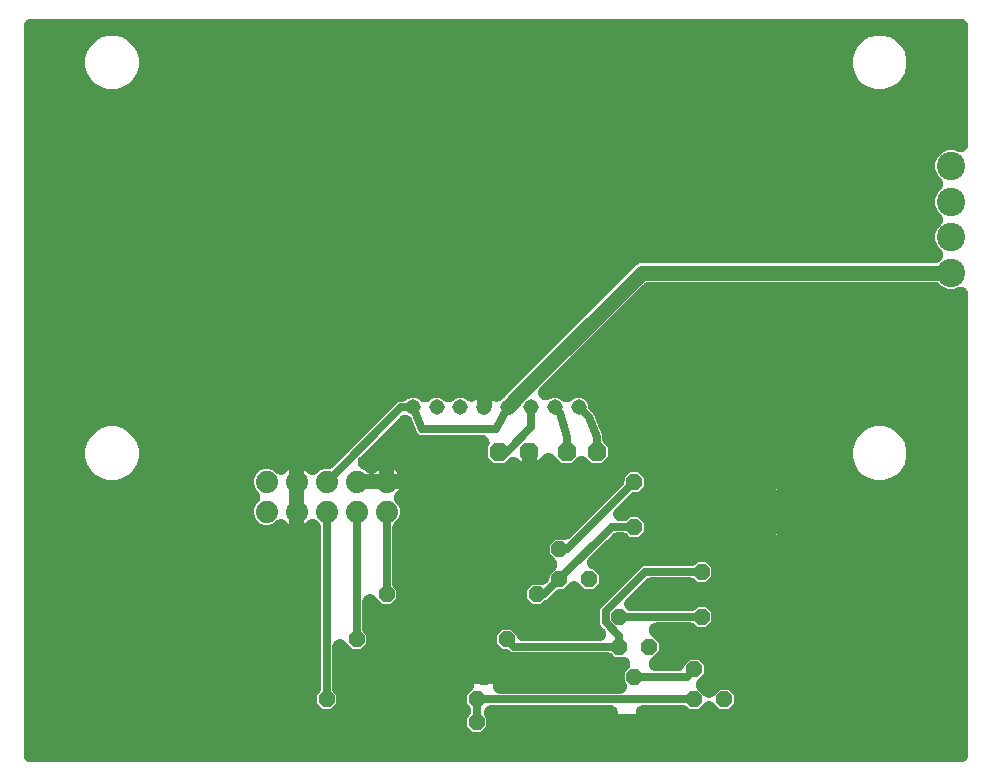
<source format=gbr>
G04 EAGLE Gerber X2 export*
%TF.Part,Single*%
%TF.FileFunction,Copper,L1,Top,Mixed*%
%TF.FilePolarity,Positive*%
%TF.GenerationSoftware,Autodesk,EAGLE,9.1.3*%
%TF.CreationDate,2018-10-15T23:42:08Z*%
G75*
%MOMM*%
%FSLAX34Y34*%
%LPD*%
%AMOC8*
5,1,8,0,0,1.08239X$1,22.5*%
G01*
%ADD10P,1.732040X8X202.500000*%
%ADD11P,1.429621X8X202.500000*%
%ADD12P,1.429621X8X22.500000*%
%ADD13C,1.879600*%
%ADD14P,1.429621X8X292.500000*%
%ADD15C,1.308000*%
%ADD16C,2.400000*%
%ADD17C,0.756400*%
%ADD18C,0.635000*%
%ADD19C,1.270000*%

G36*
X803493Y10161D02*
X803493Y10161D01*
X803496Y10161D01*
X803843Y10181D01*
X804201Y10201D01*
X804204Y10201D01*
X804207Y10201D01*
X804547Y10260D01*
X804904Y10320D01*
X804906Y10321D01*
X804909Y10321D01*
X805254Y10421D01*
X805588Y10517D01*
X805591Y10519D01*
X805594Y10519D01*
X805918Y10654D01*
X806246Y10790D01*
X806249Y10792D01*
X806251Y10793D01*
X806563Y10965D01*
X806870Y11135D01*
X806872Y11137D01*
X806875Y11138D01*
X807172Y11349D01*
X807451Y11547D01*
X807453Y11549D01*
X807455Y11551D01*
X807723Y11791D01*
X807982Y12022D01*
X807984Y12025D01*
X807986Y12026D01*
X808224Y12294D01*
X808456Y12554D01*
X808458Y12556D01*
X808460Y12558D01*
X808658Y12839D01*
X808868Y13135D01*
X808870Y13138D01*
X808871Y13140D01*
X809034Y13436D01*
X809212Y13759D01*
X809213Y13762D01*
X809215Y13764D01*
X809346Y14082D01*
X809484Y14417D01*
X809485Y14420D01*
X809486Y14423D01*
X809581Y14752D01*
X809681Y15102D01*
X809682Y15105D01*
X809682Y15107D01*
X809742Y15461D01*
X809800Y15804D01*
X809800Y15807D01*
X809801Y15810D01*
X809839Y16510D01*
X809839Y406698D01*
X809829Y406878D01*
X809829Y407059D01*
X809809Y407234D01*
X809799Y407409D01*
X809769Y407587D01*
X809749Y407767D01*
X809709Y407938D01*
X809680Y408112D01*
X809630Y408285D01*
X809590Y408461D01*
X809531Y408627D01*
X809483Y408796D01*
X809414Y408963D01*
X809354Y409133D01*
X809277Y409292D01*
X809210Y409454D01*
X809122Y409612D01*
X809044Y409775D01*
X808950Y409924D01*
X808865Y410078D01*
X808761Y410225D01*
X808664Y410378D01*
X808554Y410515D01*
X808453Y410659D01*
X808333Y410793D01*
X808220Y410934D01*
X808095Y411059D01*
X807978Y411190D01*
X807843Y411310D01*
X807715Y411437D01*
X807578Y411547D01*
X807446Y411664D01*
X807299Y411769D01*
X807158Y411881D01*
X807009Y411974D01*
X806865Y412076D01*
X806707Y412163D01*
X806554Y412259D01*
X806396Y412335D01*
X806241Y412420D01*
X806074Y412489D01*
X805912Y412567D01*
X805746Y412625D01*
X805583Y412693D01*
X805409Y412742D01*
X805239Y412802D01*
X805067Y412841D01*
X804898Y412889D01*
X804720Y412919D01*
X804544Y412959D01*
X804369Y412979D01*
X804196Y413008D01*
X804016Y413018D01*
X803836Y413038D01*
X803660Y413038D01*
X803484Y413047D01*
X803304Y413037D01*
X803124Y413037D01*
X802949Y413017D01*
X802773Y413007D01*
X802595Y412976D01*
X802416Y412956D01*
X802244Y412916D01*
X802071Y412887D01*
X801898Y412837D01*
X801722Y412796D01*
X801553Y412737D01*
X801386Y412689D01*
X801228Y412623D01*
X801060Y412564D01*
X798190Y411375D01*
X792810Y411375D01*
X787839Y413434D01*
X786108Y415166D01*
X786104Y415168D01*
X786101Y415172D01*
X785839Y415406D01*
X785576Y415640D01*
X785573Y415643D01*
X785570Y415646D01*
X785285Y415847D01*
X784995Y416053D01*
X784991Y416055D01*
X784988Y416057D01*
X784677Y416228D01*
X784372Y416397D01*
X784368Y416399D01*
X784364Y416401D01*
X784039Y416535D01*
X783713Y416670D01*
X783709Y416671D01*
X783705Y416672D01*
X783367Y416769D01*
X783029Y416867D01*
X783025Y416867D01*
X783020Y416868D01*
X782664Y416928D01*
X782326Y416986D01*
X782322Y416986D01*
X782318Y416987D01*
X781618Y417025D01*
X539507Y417025D01*
X539503Y417025D01*
X539499Y417025D01*
X539146Y417005D01*
X538796Y416985D01*
X538792Y416985D01*
X538787Y416984D01*
X538437Y416924D01*
X538094Y416866D01*
X538090Y416865D01*
X538085Y416864D01*
X537733Y416762D01*
X537409Y416669D01*
X537405Y416667D01*
X537401Y416666D01*
X537075Y416530D01*
X536751Y416396D01*
X536747Y416394D01*
X536743Y416392D01*
X536436Y416222D01*
X536128Y416051D01*
X536124Y416049D01*
X536120Y416046D01*
X535822Y415834D01*
X535547Y415639D01*
X535544Y415636D01*
X535540Y415633D01*
X535018Y415166D01*
X534503Y414651D01*
X528154Y408302D01*
X521805Y401953D01*
X521804Y401952D01*
X515456Y395604D01*
X515455Y395603D01*
X509106Y389254D01*
X502757Y382905D01*
X496408Y376556D01*
X447543Y327691D01*
X447424Y327557D01*
X447297Y327431D01*
X447187Y327292D01*
X447068Y327160D01*
X446965Y327014D01*
X446853Y326874D01*
X446759Y326723D01*
X446656Y326579D01*
X446570Y326422D01*
X446474Y326270D01*
X446397Y326110D01*
X446312Y325955D01*
X446243Y325790D01*
X446166Y325628D01*
X446107Y325461D01*
X446039Y325297D01*
X445990Y325125D01*
X445931Y324956D01*
X445891Y324783D01*
X445842Y324612D01*
X445812Y324436D01*
X445772Y324261D01*
X445753Y324085D01*
X445723Y323910D01*
X445713Y323731D01*
X445693Y323553D01*
X445693Y323376D01*
X445683Y323199D01*
X445693Y323020D01*
X445694Y322841D01*
X445714Y322665D01*
X445724Y322487D01*
X445754Y322311D01*
X445774Y322133D01*
X445813Y321960D01*
X445843Y321785D01*
X445893Y321613D01*
X445933Y321439D01*
X445992Y321271D01*
X446041Y321100D01*
X446110Y320935D01*
X446169Y320766D01*
X446246Y320606D01*
X446314Y320442D01*
X446401Y320286D01*
X446479Y320125D01*
X446573Y319975D01*
X446659Y319819D01*
X446763Y319673D01*
X446858Y319522D01*
X446969Y319383D01*
X447072Y319239D01*
X447191Y319105D01*
X447303Y318965D01*
X447429Y318840D01*
X447547Y318708D01*
X447680Y318589D01*
X447807Y318462D01*
X447946Y318352D01*
X448079Y318233D01*
X448225Y318130D01*
X448365Y318019D01*
X448515Y317924D01*
X448660Y317822D01*
X448817Y317735D01*
X448968Y317640D01*
X449128Y317564D01*
X449284Y317478D01*
X449450Y317409D01*
X449611Y317332D01*
X449778Y317274D01*
X449942Y317206D01*
X450115Y317157D01*
X450284Y317098D01*
X450457Y317059D01*
X450627Y317010D01*
X450804Y316980D01*
X450978Y316940D01*
X451155Y316921D01*
X451330Y316891D01*
X451509Y316881D01*
X451686Y316862D01*
X451864Y316862D01*
X452041Y316852D01*
X452220Y316862D01*
X452399Y316863D01*
X452575Y316883D01*
X452752Y316893D01*
X452929Y316923D01*
X453107Y316944D01*
X453280Y316983D01*
X453455Y317013D01*
X453627Y317063D01*
X453801Y317103D01*
X453971Y317163D01*
X454139Y317212D01*
X454296Y317277D01*
X454462Y317335D01*
X458396Y318965D01*
X461604Y318965D01*
X464568Y317737D01*
X465510Y316795D01*
X465512Y316793D01*
X465514Y316791D01*
X465792Y316543D01*
X466042Y316320D01*
X466044Y316319D01*
X466046Y316317D01*
X466350Y316102D01*
X466623Y315908D01*
X466625Y315907D01*
X466628Y315905D01*
X466941Y315732D01*
X467246Y315563D01*
X467249Y315562D01*
X467251Y315561D01*
X467585Y315423D01*
X467904Y315291D01*
X467907Y315290D01*
X467910Y315289D01*
X468254Y315190D01*
X468589Y315094D01*
X468592Y315093D01*
X468595Y315093D01*
X468954Y315032D01*
X469291Y314975D01*
X469294Y314975D01*
X469297Y314974D01*
X469661Y314954D01*
X470003Y314935D01*
X470006Y314935D01*
X470009Y314935D01*
X470362Y314955D01*
X470714Y314975D01*
X470717Y314976D01*
X470720Y314976D01*
X471069Y315036D01*
X471416Y315095D01*
X471419Y315096D01*
X471422Y315096D01*
X471767Y315197D01*
X472101Y315293D01*
X472103Y315294D01*
X472106Y315295D01*
X472422Y315426D01*
X472759Y315566D01*
X472762Y315567D01*
X472764Y315568D01*
X473073Y315740D01*
X473382Y315911D01*
X473384Y315913D01*
X473387Y315914D01*
X473687Y316128D01*
X473963Y316324D01*
X473965Y316326D01*
X473967Y316327D01*
X474490Y316795D01*
X475432Y317737D01*
X478396Y318965D01*
X481604Y318965D01*
X484568Y317737D01*
X486837Y315468D01*
X488065Y312504D01*
X488065Y312112D01*
X488065Y312107D01*
X488065Y312103D01*
X488085Y311750D01*
X488105Y311400D01*
X488105Y311396D01*
X488106Y311392D01*
X488166Y311041D01*
X488224Y310698D01*
X488225Y310694D01*
X488226Y310690D01*
X488328Y310338D01*
X488421Y310013D01*
X488423Y310010D01*
X488424Y310005D01*
X488560Y309679D01*
X488694Y309355D01*
X488696Y309351D01*
X488698Y309348D01*
X488873Y309032D01*
X489039Y308732D01*
X489041Y308729D01*
X489044Y308725D01*
X489261Y308419D01*
X489451Y308151D01*
X489454Y308148D01*
X489457Y308144D01*
X489924Y307622D01*
X490421Y307126D01*
X490538Y307021D01*
X490648Y306909D01*
X490703Y306865D01*
X491935Y305612D01*
X491955Y305594D01*
X491973Y305573D01*
X492616Y304931D01*
X492957Y304088D01*
X492968Y304063D01*
X492977Y304037D01*
X493651Y302410D01*
X493673Y302334D01*
X493730Y302197D01*
X493779Y302052D01*
X499640Y287555D01*
X499651Y287531D01*
X499660Y287505D01*
X500008Y286666D01*
X500000Y285756D01*
X500001Y285728D01*
X500000Y285701D01*
X500000Y284452D01*
X500000Y284447D01*
X500000Y284443D01*
X500021Y284080D01*
X500040Y283740D01*
X500040Y283736D01*
X500041Y283732D01*
X500101Y283377D01*
X500159Y283038D01*
X500160Y283034D01*
X500161Y283030D01*
X500261Y282685D01*
X500356Y282353D01*
X500358Y282349D01*
X500359Y282345D01*
X500497Y282014D01*
X500629Y281695D01*
X500631Y281691D01*
X500633Y281688D01*
X500809Y281371D01*
X500974Y281072D01*
X500976Y281069D01*
X500979Y281065D01*
X501191Y280766D01*
X501386Y280491D01*
X501389Y280488D01*
X501392Y280484D01*
X501859Y279962D01*
X504826Y276996D01*
X504826Y269104D01*
X499246Y263524D01*
X491354Y263524D01*
X487090Y267789D01*
X487087Y267791D01*
X487086Y267793D01*
X486819Y268031D01*
X486558Y268264D01*
X486556Y268265D01*
X486554Y268267D01*
X486257Y268477D01*
X485977Y268676D01*
X485975Y268677D01*
X485972Y268679D01*
X485658Y268853D01*
X485354Y269020D01*
X485351Y269021D01*
X485349Y269023D01*
X485021Y269158D01*
X484696Y269293D01*
X484693Y269294D01*
X484690Y269295D01*
X484352Y269392D01*
X484011Y269490D01*
X484008Y269490D01*
X484005Y269491D01*
X483640Y269553D01*
X483308Y269609D01*
X483306Y269609D01*
X483303Y269610D01*
X482937Y269630D01*
X482597Y269649D01*
X482594Y269648D01*
X482591Y269649D01*
X482240Y269628D01*
X481886Y269608D01*
X481883Y269608D01*
X481880Y269608D01*
X481537Y269549D01*
X481184Y269489D01*
X481181Y269488D01*
X481178Y269487D01*
X480825Y269385D01*
X480499Y269291D01*
X480497Y269290D01*
X480494Y269289D01*
X480158Y269149D01*
X479841Y269018D01*
X479839Y269016D01*
X479836Y269015D01*
X479520Y268840D01*
X479218Y268673D01*
X479216Y268671D01*
X479213Y268670D01*
X478928Y268467D01*
X478637Y268260D01*
X478635Y268258D01*
X478633Y268257D01*
X478110Y267789D01*
X473846Y263524D01*
X465954Y263524D01*
X459233Y270246D01*
X459231Y270247D01*
X459229Y270250D01*
X458964Y270486D01*
X458702Y270720D01*
X458700Y270722D01*
X458697Y270724D01*
X458400Y270934D01*
X458121Y271132D01*
X458118Y271134D01*
X458116Y271136D01*
X457801Y271309D01*
X457497Y271477D01*
X457495Y271478D01*
X457492Y271479D01*
X457162Y271616D01*
X456839Y271749D01*
X456836Y271750D01*
X456834Y271751D01*
X456496Y271848D01*
X456154Y271946D01*
X456152Y271947D01*
X456149Y271948D01*
X455784Y272009D01*
X455452Y272066D01*
X455449Y272066D01*
X455446Y272066D01*
X455080Y272086D01*
X454741Y272105D01*
X454738Y272105D01*
X454735Y272105D01*
X454384Y272085D01*
X454029Y272065D01*
X454026Y272064D01*
X454024Y272064D01*
X453680Y272005D01*
X453327Y271945D01*
X453324Y271944D01*
X453321Y271944D01*
X452969Y271842D01*
X452643Y271748D01*
X452640Y271747D01*
X452637Y271746D01*
X452305Y271607D01*
X451985Y271475D01*
X451982Y271473D01*
X451979Y271472D01*
X451679Y271305D01*
X451361Y271129D01*
X451359Y271128D01*
X451356Y271126D01*
X451080Y270929D01*
X450781Y270717D01*
X450778Y270715D01*
X450776Y270713D01*
X450254Y270246D01*
X444499Y264491D01*
X444499Y273050D01*
X444499Y273053D01*
X444499Y273055D01*
X444480Y273399D01*
X444459Y273761D01*
X444459Y273764D01*
X444459Y273767D01*
X444401Y274107D01*
X444340Y274463D01*
X444339Y274466D01*
X444339Y274469D01*
X444244Y274797D01*
X444143Y275148D01*
X444142Y275150D01*
X444141Y275153D01*
X444006Y275477D01*
X443870Y275806D01*
X443868Y275809D01*
X443867Y275811D01*
X443701Y276112D01*
X443525Y276429D01*
X443524Y276432D01*
X443522Y276434D01*
X443320Y276718D01*
X443113Y277010D01*
X443111Y277012D01*
X443109Y277015D01*
X442875Y277276D01*
X442638Y277541D01*
X442636Y277543D01*
X442634Y277545D01*
X442374Y277776D01*
X442106Y278016D01*
X442104Y278017D01*
X442102Y278019D01*
X441824Y278216D01*
X441525Y278428D01*
X441522Y278429D01*
X441520Y278431D01*
X441224Y278594D01*
X440901Y278772D01*
X440899Y278773D01*
X440896Y278774D01*
X440578Y278906D01*
X440243Y279044D01*
X440240Y279045D01*
X440238Y279046D01*
X439909Y279140D01*
X439558Y279241D01*
X439555Y279241D01*
X439553Y279242D01*
X439199Y279302D01*
X438856Y279360D01*
X438853Y279360D01*
X438850Y279360D01*
X438150Y279399D01*
X438147Y279399D01*
X438144Y279399D01*
X437797Y279379D01*
X437439Y279359D01*
X437436Y279358D01*
X437433Y279358D01*
X437092Y279300D01*
X436736Y279240D01*
X436733Y279239D01*
X436731Y279238D01*
X436385Y279138D01*
X436052Y279042D01*
X436049Y279041D01*
X436046Y279040D01*
X435722Y278906D01*
X435394Y278769D01*
X435391Y278768D01*
X435388Y278767D01*
X435077Y278594D01*
X434770Y278425D01*
X434768Y278423D01*
X434765Y278422D01*
X434468Y278210D01*
X434189Y278012D01*
X434187Y278010D01*
X434185Y278009D01*
X433917Y277769D01*
X433658Y277537D01*
X433656Y277535D01*
X433654Y277533D01*
X433416Y277266D01*
X433184Y277006D01*
X433182Y277003D01*
X433180Y277001D01*
X432980Y276718D01*
X432772Y276425D01*
X432770Y276422D01*
X432769Y276420D01*
X432599Y276112D01*
X432428Y275801D01*
X432426Y275798D01*
X432425Y275796D01*
X432294Y275477D01*
X432155Y275142D01*
X432155Y275140D01*
X432154Y275137D01*
X432054Y274790D01*
X431959Y274458D01*
X431958Y274455D01*
X431957Y274452D01*
X431898Y274098D01*
X431840Y273755D01*
X431840Y273753D01*
X431839Y273750D01*
X431801Y273050D01*
X431801Y264491D01*
X429221Y267071D01*
X429219Y267072D01*
X429217Y267075D01*
X428942Y267320D01*
X428690Y267545D01*
X428688Y267547D01*
X428686Y267549D01*
X428388Y267759D01*
X428109Y267957D01*
X428106Y267959D01*
X428104Y267961D01*
X427789Y268134D01*
X427485Y268302D01*
X427483Y268303D01*
X427480Y268304D01*
X427155Y268439D01*
X426827Y268574D01*
X426824Y268575D01*
X426822Y268576D01*
X426485Y268673D01*
X426142Y268771D01*
X426140Y268772D01*
X426137Y268773D01*
X425772Y268834D01*
X425440Y268891D01*
X425437Y268891D01*
X425434Y268891D01*
X425069Y268911D01*
X424729Y268930D01*
X424726Y268930D01*
X424723Y268930D01*
X424372Y268910D01*
X424017Y268890D01*
X424015Y268889D01*
X424012Y268889D01*
X423669Y268830D01*
X423315Y268770D01*
X423312Y268769D01*
X423310Y268769D01*
X422957Y268667D01*
X422631Y268573D01*
X422628Y268572D01*
X422625Y268571D01*
X422293Y268432D01*
X421973Y268300D01*
X421970Y268298D01*
X421968Y268297D01*
X421667Y268130D01*
X421349Y267954D01*
X421347Y267953D01*
X421345Y267951D01*
X421068Y267754D01*
X420769Y267542D01*
X420767Y267540D01*
X420764Y267538D01*
X420242Y267071D01*
X416696Y263524D01*
X408804Y263524D01*
X403224Y269104D01*
X403224Y277047D01*
X403265Y277093D01*
X403266Y277094D01*
X403267Y277095D01*
X403470Y277381D01*
X403677Y277674D01*
X403678Y277675D01*
X403678Y277676D01*
X403858Y278002D01*
X404021Y278297D01*
X404022Y278298D01*
X404023Y278300D01*
X404155Y278619D01*
X404294Y278955D01*
X404294Y278957D01*
X404295Y278958D01*
X404390Y279289D01*
X404491Y279640D01*
X404491Y279641D01*
X404492Y279643D01*
X404547Y279968D01*
X404610Y280342D01*
X404610Y280344D01*
X404610Y280345D01*
X404629Y280678D01*
X404650Y281054D01*
X404650Y281055D01*
X404650Y281057D01*
X404631Y281378D01*
X404609Y281765D01*
X404609Y281767D01*
X404609Y281768D01*
X404558Y282069D01*
X404490Y282467D01*
X404489Y282469D01*
X404489Y282470D01*
X404395Y282796D01*
X404292Y283152D01*
X404291Y283153D01*
X404291Y283155D01*
X404167Y283453D01*
X404019Y283810D01*
X404018Y283811D01*
X404018Y283812D01*
X403853Y284109D01*
X403674Y284433D01*
X403673Y284434D01*
X403672Y284436D01*
X403481Y284705D01*
X403261Y285014D01*
X403260Y285015D01*
X403259Y285016D01*
X403063Y285236D01*
X402786Y285545D01*
X402785Y285546D01*
X402784Y285547D01*
X402517Y285785D01*
X402254Y286019D01*
X402253Y286020D01*
X402252Y286021D01*
X401962Y286226D01*
X401673Y286431D01*
X401672Y286431D01*
X401670Y286432D01*
X401382Y286591D01*
X401049Y286774D01*
X401048Y286775D01*
X401046Y286776D01*
X400743Y286901D01*
X400391Y287046D01*
X400389Y287047D01*
X400388Y287047D01*
X400064Y287140D01*
X399706Y287243D01*
X399704Y287243D01*
X399703Y287243D01*
X399352Y287302D01*
X399003Y287361D01*
X399002Y287361D01*
X399000Y287362D01*
X398300Y287400D01*
X349936Y287400D01*
X349870Y287397D01*
X347749Y287400D01*
X347744Y287400D01*
X347738Y287400D01*
X346809Y287400D01*
X345951Y287758D01*
X345945Y287760D01*
X345940Y287762D01*
X345082Y288117D01*
X344428Y288774D01*
X344424Y288777D01*
X344420Y288782D01*
X343761Y289441D01*
X343407Y290301D01*
X343404Y290306D01*
X343403Y290311D01*
X342592Y292268D01*
X342570Y292332D01*
X339213Y300475D01*
X339209Y300484D01*
X339206Y300494D01*
X339057Y300801D01*
X338905Y301118D01*
X338900Y301126D01*
X338896Y301135D01*
X338714Y301423D01*
X338527Y301721D01*
X338521Y301729D01*
X338516Y301738D01*
X338299Y302009D01*
X338084Y302279D01*
X338077Y302286D01*
X338071Y302294D01*
X337828Y302536D01*
X337581Y302784D01*
X337573Y302790D01*
X337566Y302797D01*
X337299Y303010D01*
X337025Y303229D01*
X337016Y303234D01*
X337009Y303240D01*
X336715Y303424D01*
X336422Y303609D01*
X336413Y303613D01*
X336405Y303618D01*
X335960Y303832D01*
X335781Y303919D01*
X335777Y303920D01*
X335773Y303922D01*
X335340Y304101D01*
X335169Y304161D01*
X335001Y304230D01*
X334833Y304279D01*
X334668Y304336D01*
X334491Y304377D01*
X334316Y304427D01*
X334144Y304456D01*
X333973Y304495D01*
X333793Y304515D01*
X333613Y304545D01*
X333439Y304555D01*
X333265Y304574D01*
X333084Y304574D01*
X332902Y304584D01*
X332727Y304574D01*
X332553Y304574D01*
X332372Y304554D01*
X332191Y304543D01*
X332019Y304514D01*
X331845Y304494D01*
X331668Y304454D01*
X331489Y304423D01*
X331321Y304374D01*
X331151Y304335D01*
X330979Y304275D01*
X330804Y304225D01*
X330643Y304157D01*
X330478Y304100D01*
X330315Y304021D01*
X330147Y303951D01*
X329994Y303866D01*
X329836Y303790D01*
X329683Y303694D01*
X329524Y303605D01*
X329381Y303504D01*
X329233Y303411D01*
X329092Y303298D01*
X328943Y303192D01*
X328811Y303074D01*
X328677Y302966D01*
X328554Y302844D01*
X328421Y302725D01*
X294696Y268999D01*
X294576Y268865D01*
X294448Y268737D01*
X294339Y268600D01*
X294221Y268468D01*
X294117Y268321D01*
X294004Y268180D01*
X293911Y268031D01*
X293809Y267887D01*
X293722Y267729D01*
X293626Y267576D01*
X293550Y267418D01*
X293465Y267264D01*
X293396Y267097D01*
X293317Y266934D01*
X293259Y266768D01*
X293192Y266605D01*
X293142Y266432D01*
X293083Y266262D01*
X293044Y266090D01*
X292995Y265921D01*
X292965Y265743D01*
X292925Y265567D01*
X292905Y265392D01*
X292876Y265218D01*
X292866Y265038D01*
X292846Y264859D01*
X292846Y264683D01*
X292836Y264507D01*
X292846Y264327D01*
X292847Y264146D01*
X292867Y263971D01*
X292877Y263796D01*
X292907Y263618D01*
X292927Y263439D01*
X292967Y263267D01*
X292996Y263093D01*
X293046Y262920D01*
X293087Y262744D01*
X293145Y262578D01*
X293194Y262409D01*
X293263Y262242D01*
X293323Y262072D01*
X293399Y261914D01*
X293467Y261751D01*
X293554Y261593D01*
X293633Y261431D01*
X293727Y261282D01*
X293812Y261128D01*
X293917Y260981D01*
X294013Y260828D01*
X294123Y260690D01*
X294225Y260547D01*
X294345Y260413D01*
X294458Y260272D01*
X294583Y260147D01*
X294700Y260016D01*
X294835Y259896D01*
X294962Y259769D01*
X295100Y259659D01*
X295232Y259542D01*
X295379Y259438D01*
X295520Y259325D01*
X295669Y259232D01*
X295813Y259130D01*
X295971Y259043D01*
X296124Y258947D01*
X296285Y258870D01*
X296437Y258786D01*
X296596Y258721D01*
X296756Y258644D01*
X297392Y258380D01*
X298747Y257598D01*
X299989Y256645D01*
X300310Y256324D01*
X300313Y256322D01*
X300315Y256319D01*
X300578Y256084D01*
X300842Y255849D01*
X300844Y255847D01*
X300846Y255845D01*
X301136Y255640D01*
X301423Y255437D01*
X301425Y255435D01*
X301428Y255433D01*
X301750Y255256D01*
X302046Y255092D01*
X302049Y255091D01*
X302052Y255090D01*
X302392Y254949D01*
X302705Y254820D01*
X302707Y254819D01*
X302710Y254818D01*
X303059Y254718D01*
X303389Y254623D01*
X303392Y254622D01*
X303395Y254621D01*
X303750Y254561D01*
X304092Y254504D01*
X304094Y254503D01*
X304097Y254503D01*
X304455Y254483D01*
X304803Y254464D01*
X304806Y254464D01*
X304809Y254464D01*
X305152Y254484D01*
X305514Y254504D01*
X305517Y254505D01*
X305520Y254505D01*
X305855Y254562D01*
X306216Y254624D01*
X306219Y254625D01*
X306222Y254625D01*
X306568Y254725D01*
X306901Y254822D01*
X306903Y254823D01*
X306906Y254823D01*
X307241Y254963D01*
X307559Y255095D01*
X307561Y255096D01*
X307564Y255097D01*
X307865Y255264D01*
X308182Y255440D01*
X308185Y255441D01*
X308187Y255443D01*
X308471Y255645D01*
X308763Y255852D01*
X308765Y255854D01*
X308767Y255856D01*
X309290Y256324D01*
X309611Y256645D01*
X310853Y257598D01*
X311151Y257770D01*
X311151Y253999D01*
X292100Y253999D01*
X292097Y253999D01*
X292095Y253999D01*
X291747Y253980D01*
X291389Y253959D01*
X291386Y253959D01*
X291383Y253959D01*
X291043Y253901D01*
X290687Y253840D01*
X290684Y253839D01*
X290681Y253839D01*
X290336Y253739D01*
X290002Y253643D01*
X290000Y253642D01*
X289997Y253641D01*
X289666Y253503D01*
X289344Y253370D01*
X289341Y253368D01*
X289339Y253367D01*
X289027Y253195D01*
X288721Y253025D01*
X288718Y253024D01*
X288716Y253022D01*
X288417Y252809D01*
X288140Y252613D01*
X288138Y252611D01*
X288135Y252609D01*
X287867Y252369D01*
X287609Y252138D01*
X287607Y252136D01*
X287605Y252134D01*
X287357Y251856D01*
X287134Y251606D01*
X287133Y251604D01*
X287131Y251602D01*
X286932Y251321D01*
X286722Y251025D01*
X286721Y251022D01*
X286719Y251020D01*
X286556Y250724D01*
X286378Y250401D01*
X286377Y250399D01*
X286376Y250396D01*
X286244Y250078D01*
X286106Y249743D01*
X286105Y249740D01*
X286104Y249738D01*
X286006Y249394D01*
X285909Y249058D01*
X285909Y249055D01*
X285908Y249053D01*
X285846Y248686D01*
X285790Y248356D01*
X285790Y248353D01*
X285790Y248350D01*
X285751Y247650D01*
X285751Y247647D01*
X285751Y247644D01*
X285771Y247297D01*
X285791Y246939D01*
X285792Y246936D01*
X285792Y246933D01*
X285850Y246592D01*
X285910Y246236D01*
X285911Y246233D01*
X285912Y246231D01*
X286014Y245876D01*
X286108Y245552D01*
X286109Y245549D01*
X286110Y245546D01*
X286246Y245217D01*
X286381Y244894D01*
X286382Y244891D01*
X286383Y244888D01*
X286556Y244577D01*
X286725Y244270D01*
X286727Y244268D01*
X286728Y244265D01*
X286942Y243964D01*
X287138Y243689D01*
X287140Y243687D01*
X287141Y243685D01*
X287389Y243409D01*
X287613Y243158D01*
X287615Y243156D01*
X287617Y243154D01*
X287884Y242916D01*
X288144Y242684D01*
X288147Y242682D01*
X288149Y242680D01*
X288429Y242482D01*
X288725Y242272D01*
X288728Y242270D01*
X288730Y242269D01*
X289027Y242106D01*
X289349Y241928D01*
X289352Y241926D01*
X289354Y241925D01*
X289673Y241794D01*
X290008Y241655D01*
X290010Y241655D01*
X290013Y241654D01*
X290342Y241559D01*
X290692Y241459D01*
X290695Y241458D01*
X290698Y241457D01*
X291052Y241398D01*
X291395Y241340D01*
X291397Y241340D01*
X291400Y241339D01*
X292100Y241301D01*
X317500Y241301D01*
X327620Y241301D01*
X327448Y241003D01*
X326495Y239761D01*
X325455Y238721D01*
X325453Y238719D01*
X325451Y238717D01*
X325218Y238455D01*
X324980Y238190D01*
X324979Y238188D01*
X324977Y238185D01*
X324772Y237896D01*
X324568Y237609D01*
X324567Y237606D01*
X324565Y237604D01*
X324398Y237301D01*
X324224Y236985D01*
X324223Y236983D01*
X324221Y236980D01*
X324087Y236656D01*
X323951Y236327D01*
X323950Y236324D01*
X323949Y236322D01*
X323857Y236001D01*
X323754Y235643D01*
X323754Y235639D01*
X323753Y235637D01*
X323695Y235295D01*
X323635Y234940D01*
X323635Y234937D01*
X323634Y234934D01*
X323615Y234575D01*
X323595Y234229D01*
X323596Y234226D01*
X323595Y234223D01*
X323617Y233846D01*
X323636Y233518D01*
X323636Y233515D01*
X323636Y233512D01*
X323699Y233148D01*
X323755Y232815D01*
X323756Y232813D01*
X323757Y232810D01*
X323859Y232455D01*
X323953Y232131D01*
X323954Y232128D01*
X323955Y232125D01*
X324090Y231800D01*
X324226Y231473D01*
X324228Y231470D01*
X324229Y231468D01*
X324398Y231163D01*
X324571Y230849D01*
X324573Y230847D01*
X324574Y230845D01*
X324773Y230565D01*
X324984Y230269D01*
X324986Y230267D01*
X324988Y230264D01*
X325455Y229742D01*
X326760Y228437D01*
X328423Y224423D01*
X328423Y220077D01*
X326760Y216063D01*
X324059Y213362D01*
X324056Y213359D01*
X324053Y213356D01*
X323822Y213097D01*
X323585Y212831D01*
X323582Y212828D01*
X323579Y212824D01*
X323375Y212535D01*
X323173Y212250D01*
X323170Y212246D01*
X323168Y212243D01*
X322995Y211929D01*
X322828Y211626D01*
X322826Y211622D01*
X322824Y211619D01*
X322687Y211286D01*
X322556Y210968D01*
X322554Y210964D01*
X322553Y210960D01*
X322454Y210617D01*
X322358Y210284D01*
X322358Y210279D01*
X322357Y210275D01*
X322297Y209921D01*
X322239Y209581D01*
X322239Y209577D01*
X322238Y209573D01*
X322200Y208873D01*
X322200Y161826D01*
X322200Y161822D01*
X322200Y161817D01*
X322220Y161460D01*
X322240Y161115D01*
X322240Y161110D01*
X322241Y161106D01*
X322301Y160755D01*
X322359Y160412D01*
X322360Y160408D01*
X322361Y160404D01*
X322463Y160052D01*
X322556Y159728D01*
X322558Y159724D01*
X322559Y159720D01*
X322695Y159394D01*
X322829Y159070D01*
X322831Y159066D01*
X322833Y159062D01*
X323003Y158755D01*
X323174Y158446D01*
X323176Y158443D01*
X323179Y158439D01*
X323391Y158140D01*
X323586Y157865D01*
X323589Y157862D01*
X323592Y157859D01*
X324059Y157336D01*
X325629Y155767D01*
X325629Y149033D01*
X320867Y144271D01*
X314133Y144271D01*
X307639Y150766D01*
X307638Y150767D01*
X307637Y150768D01*
X307359Y151015D01*
X307107Y151240D01*
X307106Y151241D01*
X307105Y151242D01*
X306797Y151460D01*
X306526Y151653D01*
X306525Y151653D01*
X306524Y151654D01*
X306197Y151835D01*
X305903Y151997D01*
X305901Y151998D01*
X305900Y151998D01*
X305596Y152124D01*
X305244Y152270D01*
X305243Y152270D01*
X305242Y152271D01*
X304897Y152370D01*
X304560Y152467D01*
X304559Y152467D01*
X304557Y152467D01*
X304196Y152528D01*
X303857Y152586D01*
X303856Y152586D01*
X303855Y152586D01*
X303506Y152605D01*
X303146Y152625D01*
X303145Y152625D01*
X303143Y152625D01*
X302808Y152606D01*
X302435Y152585D01*
X302433Y152585D01*
X302432Y152585D01*
X302120Y152531D01*
X301733Y152465D01*
X301731Y152465D01*
X301730Y152465D01*
X301394Y152367D01*
X301048Y152268D01*
X301047Y152267D01*
X301045Y152267D01*
X300713Y152128D01*
X300390Y151995D01*
X300389Y151994D01*
X300388Y151993D01*
X300087Y151827D01*
X299767Y151650D01*
X299766Y151649D01*
X299764Y151648D01*
X299501Y151460D01*
X299186Y151237D01*
X299185Y151236D01*
X299184Y151235D01*
X298945Y151021D01*
X298655Y150762D01*
X298654Y150761D01*
X298653Y150760D01*
X298402Y150478D01*
X298181Y150230D01*
X298180Y150229D01*
X298179Y150228D01*
X297953Y149908D01*
X297769Y149649D01*
X297769Y149647D01*
X297768Y149646D01*
X297593Y149328D01*
X297426Y149025D01*
X297425Y149023D01*
X297424Y149022D01*
X297291Y148698D01*
X297154Y148366D01*
X297153Y148365D01*
X297153Y148363D01*
X297059Y148036D01*
X296957Y147681D01*
X296957Y147680D01*
X296957Y147679D01*
X296900Y147339D01*
X296839Y146979D01*
X296839Y146977D01*
X296838Y146976D01*
X296800Y146276D01*
X296800Y123726D01*
X296800Y123722D01*
X296800Y123717D01*
X296820Y123360D01*
X296840Y123015D01*
X296840Y123010D01*
X296841Y123006D01*
X296901Y122655D01*
X296959Y122312D01*
X296960Y122308D01*
X296961Y122304D01*
X297063Y121952D01*
X297156Y121628D01*
X297158Y121624D01*
X297159Y121620D01*
X297295Y121294D01*
X297429Y120970D01*
X297431Y120966D01*
X297433Y120962D01*
X297603Y120655D01*
X297774Y120346D01*
X297776Y120343D01*
X297779Y120339D01*
X297991Y120040D01*
X298186Y119765D01*
X298189Y119762D01*
X298192Y119759D01*
X298659Y119236D01*
X300229Y117667D01*
X300229Y110933D01*
X295467Y106171D01*
X288733Y106171D01*
X282239Y112666D01*
X282238Y112667D01*
X282237Y112668D01*
X281959Y112915D01*
X281707Y113140D01*
X281706Y113141D01*
X281705Y113142D01*
X281397Y113360D01*
X281126Y113553D01*
X281125Y113553D01*
X281124Y113554D01*
X280797Y113735D01*
X280503Y113897D01*
X280501Y113898D01*
X280500Y113898D01*
X280196Y114024D01*
X279844Y114170D01*
X279843Y114170D01*
X279842Y114171D01*
X279497Y114270D01*
X279160Y114367D01*
X279159Y114367D01*
X279157Y114367D01*
X278796Y114428D01*
X278457Y114486D01*
X278456Y114486D01*
X278455Y114486D01*
X278106Y114505D01*
X277746Y114525D01*
X277745Y114525D01*
X277743Y114525D01*
X277408Y114506D01*
X277035Y114485D01*
X277033Y114485D01*
X277032Y114485D01*
X276720Y114431D01*
X276333Y114365D01*
X276331Y114365D01*
X276330Y114365D01*
X275994Y114267D01*
X275648Y114168D01*
X275647Y114167D01*
X275645Y114167D01*
X275313Y114028D01*
X274990Y113895D01*
X274989Y113894D01*
X274988Y113893D01*
X274687Y113727D01*
X274367Y113550D01*
X274366Y113549D01*
X274364Y113548D01*
X274101Y113360D01*
X273786Y113137D01*
X273785Y113136D01*
X273784Y113135D01*
X273545Y112921D01*
X273255Y112662D01*
X273254Y112661D01*
X273253Y112660D01*
X272998Y112373D01*
X272781Y112130D01*
X272780Y112129D01*
X272779Y112128D01*
X272561Y111820D01*
X272369Y111549D01*
X272369Y111547D01*
X272368Y111546D01*
X272193Y111228D01*
X272026Y110925D01*
X272025Y110923D01*
X272024Y110922D01*
X271891Y110598D01*
X271754Y110266D01*
X271753Y110265D01*
X271753Y110263D01*
X271645Y109887D01*
X271557Y109581D01*
X271557Y109580D01*
X271557Y109579D01*
X271500Y109239D01*
X271439Y108879D01*
X271439Y108877D01*
X271438Y108876D01*
X271400Y108176D01*
X271400Y72926D01*
X271400Y72922D01*
X271400Y72917D01*
X271420Y72564D01*
X271440Y72215D01*
X271440Y72210D01*
X271441Y72206D01*
X271501Y71855D01*
X271559Y71512D01*
X271560Y71508D01*
X271561Y71504D01*
X271663Y71152D01*
X271756Y70828D01*
X271758Y70824D01*
X271759Y70820D01*
X271899Y70484D01*
X272029Y70170D01*
X272031Y70166D01*
X272033Y70162D01*
X272203Y69855D01*
X272374Y69546D01*
X272376Y69543D01*
X272379Y69539D01*
X272591Y69240D01*
X272786Y68965D01*
X272789Y68962D01*
X272792Y68959D01*
X273259Y68436D01*
X274829Y66867D01*
X274829Y60133D01*
X270067Y55371D01*
X263333Y55371D01*
X258571Y60133D01*
X258571Y66867D01*
X260141Y68436D01*
X260143Y68440D01*
X260147Y68442D01*
X260381Y68705D01*
X260615Y68968D01*
X260618Y68971D01*
X260621Y68974D01*
X260822Y69259D01*
X261028Y69549D01*
X261030Y69552D01*
X261032Y69556D01*
X261203Y69866D01*
X261372Y70172D01*
X261374Y70176D01*
X261376Y70180D01*
X261510Y70505D01*
X261645Y70831D01*
X261646Y70835D01*
X261647Y70839D01*
X261743Y71173D01*
X261842Y71515D01*
X261842Y71519D01*
X261843Y71523D01*
X261903Y71880D01*
X261961Y72218D01*
X261961Y72222D01*
X261962Y72226D01*
X262000Y72926D01*
X262000Y208873D01*
X262000Y208877D01*
X262000Y208881D01*
X261980Y209230D01*
X261960Y209584D01*
X261960Y209588D01*
X261959Y209592D01*
X261901Y209935D01*
X261841Y210286D01*
X261840Y210290D01*
X261839Y210295D01*
X261736Y210650D01*
X261644Y210971D01*
X261642Y210975D01*
X261641Y210979D01*
X261503Y211310D01*
X261371Y211629D01*
X261369Y211633D01*
X261367Y211637D01*
X261193Y211950D01*
X261026Y212252D01*
X261024Y212256D01*
X261021Y212260D01*
X260812Y212554D01*
X260614Y212833D01*
X260611Y212836D01*
X260608Y212840D01*
X260141Y213362D01*
X259208Y214295D01*
X259206Y214297D01*
X259204Y214299D01*
X258948Y214528D01*
X258677Y214770D01*
X258674Y214771D01*
X258672Y214773D01*
X258387Y214975D01*
X258096Y215182D01*
X258093Y215183D01*
X258091Y215185D01*
X257783Y215355D01*
X257472Y215526D01*
X257470Y215527D01*
X257467Y215529D01*
X257144Y215662D01*
X256814Y215799D01*
X256811Y215800D01*
X256808Y215801D01*
X256478Y215896D01*
X256129Y215996D01*
X256126Y215996D01*
X256124Y215997D01*
X255776Y216056D01*
X255427Y216115D01*
X255424Y216115D01*
X255421Y216116D01*
X255066Y216135D01*
X254716Y216155D01*
X254713Y216154D01*
X254710Y216155D01*
X254348Y216134D01*
X254004Y216114D01*
X254002Y216114D01*
X253999Y216114D01*
X253657Y216055D01*
X253302Y215995D01*
X253299Y215994D01*
X253296Y215993D01*
X252962Y215896D01*
X252618Y215797D01*
X252615Y215796D01*
X252612Y215795D01*
X252277Y215656D01*
X251960Y215524D01*
X251957Y215522D01*
X251954Y215521D01*
X251634Y215343D01*
X251336Y215179D01*
X251334Y215177D01*
X251331Y215176D01*
X251031Y214962D01*
X250756Y214766D01*
X250754Y214764D01*
X250751Y214762D01*
X250229Y214295D01*
X249189Y213255D01*
X247947Y212302D01*
X247649Y212130D01*
X247649Y222250D01*
X247649Y247650D01*
X247649Y257770D01*
X247947Y257598D01*
X249189Y256645D01*
X250229Y255605D01*
X250231Y255603D01*
X250233Y255601D01*
X250495Y255368D01*
X250760Y255130D01*
X250762Y255129D01*
X250765Y255127D01*
X251053Y254923D01*
X251341Y254718D01*
X251344Y254717D01*
X251346Y254715D01*
X251649Y254548D01*
X251965Y254374D01*
X251967Y254373D01*
X251970Y254371D01*
X252282Y254242D01*
X252623Y254101D01*
X252626Y254100D01*
X252628Y254099D01*
X252945Y254008D01*
X253307Y253904D01*
X253311Y253904D01*
X253313Y253903D01*
X253655Y253845D01*
X254010Y253785D01*
X254013Y253785D01*
X254016Y253784D01*
X254375Y253765D01*
X254721Y253745D01*
X254724Y253746D01*
X254727Y253745D01*
X255085Y253766D01*
X255432Y253786D01*
X255435Y253786D01*
X255438Y253786D01*
X255802Y253849D01*
X256135Y253905D01*
X256137Y253906D01*
X256140Y253907D01*
X256488Y254007D01*
X256819Y254103D01*
X256822Y254104D01*
X256825Y254105D01*
X257150Y254240D01*
X257477Y254376D01*
X257480Y254378D01*
X257482Y254379D01*
X257787Y254548D01*
X258101Y254721D01*
X258103Y254723D01*
X258105Y254724D01*
X258384Y254923D01*
X258681Y255134D01*
X258683Y255136D01*
X258686Y255138D01*
X259208Y255605D01*
X260513Y256910D01*
X264527Y258573D01*
X268346Y258573D01*
X268351Y258573D01*
X268355Y258573D01*
X268708Y258593D01*
X269058Y258613D01*
X269062Y258613D01*
X269066Y258614D01*
X269417Y258674D01*
X269760Y258732D01*
X269764Y258733D01*
X269768Y258734D01*
X270120Y258836D01*
X270445Y258929D01*
X270448Y258931D01*
X270453Y258932D01*
X270779Y259068D01*
X271103Y259202D01*
X271107Y259204D01*
X271110Y259206D01*
X271414Y259374D01*
X271726Y259547D01*
X271729Y259549D01*
X271733Y259552D01*
X272032Y259764D01*
X272307Y259959D01*
X272310Y259962D01*
X272314Y259965D01*
X272836Y260432D01*
X327288Y314884D01*
X329015Y315600D01*
X330665Y315600D01*
X330669Y315600D01*
X330673Y315600D01*
X331026Y315620D01*
X331376Y315640D01*
X331380Y315640D01*
X331384Y315641D01*
X331735Y315701D01*
X332078Y315759D01*
X332082Y315760D01*
X332087Y315761D01*
X332438Y315863D01*
X332763Y315956D01*
X332766Y315958D01*
X332771Y315959D01*
X333097Y316095D01*
X333421Y316229D01*
X333425Y316231D01*
X333429Y316233D01*
X333727Y316399D01*
X334044Y316574D01*
X334048Y316576D01*
X334052Y316579D01*
X334350Y316791D01*
X334625Y316986D01*
X334628Y316989D01*
X334632Y316992D01*
X335154Y317459D01*
X335432Y317737D01*
X338396Y318965D01*
X341604Y318965D01*
X344568Y317737D01*
X345510Y316795D01*
X345513Y316793D01*
X345515Y316791D01*
X345774Y316559D01*
X346042Y316320D01*
X346044Y316318D01*
X346046Y316317D01*
X346331Y316115D01*
X346623Y315908D01*
X346625Y315907D01*
X346628Y315905D01*
X346941Y315732D01*
X347246Y315563D01*
X347249Y315562D01*
X347251Y315561D01*
X347584Y315423D01*
X347905Y315291D01*
X347907Y315290D01*
X347910Y315289D01*
X348255Y315190D01*
X348589Y315094D01*
X348592Y315093D01*
X348595Y315093D01*
X348951Y315033D01*
X349292Y314975D01*
X349294Y314975D01*
X349297Y314974D01*
X349661Y314954D01*
X350003Y314935D01*
X350006Y314935D01*
X350009Y314935D01*
X350362Y314955D01*
X350714Y314975D01*
X350717Y314976D01*
X350720Y314976D01*
X351056Y315034D01*
X351416Y315095D01*
X351419Y315096D01*
X351422Y315096D01*
X351752Y315192D01*
X352101Y315293D01*
X352104Y315294D01*
X352106Y315295D01*
X352428Y315429D01*
X352759Y315566D01*
X352762Y315567D01*
X352764Y315568D01*
X353060Y315733D01*
X353382Y315911D01*
X353385Y315913D01*
X353387Y315914D01*
X353668Y316114D01*
X353963Y316324D01*
X353965Y316326D01*
X353967Y316327D01*
X354490Y316795D01*
X355432Y317737D01*
X358396Y318965D01*
X361604Y318965D01*
X364568Y317737D01*
X365510Y316795D01*
X365513Y316793D01*
X365515Y316791D01*
X365774Y316559D01*
X366042Y316320D01*
X366044Y316318D01*
X366046Y316317D01*
X366331Y316115D01*
X366623Y315908D01*
X366625Y315907D01*
X366628Y315905D01*
X366941Y315732D01*
X367246Y315563D01*
X367249Y315562D01*
X367251Y315561D01*
X367584Y315423D01*
X367905Y315291D01*
X367907Y315290D01*
X367910Y315289D01*
X368255Y315190D01*
X368589Y315094D01*
X368592Y315093D01*
X368595Y315093D01*
X368951Y315033D01*
X369292Y314975D01*
X369294Y314975D01*
X369297Y314974D01*
X369661Y314954D01*
X370003Y314935D01*
X370006Y314935D01*
X370009Y314935D01*
X370362Y314955D01*
X370714Y314975D01*
X370717Y314976D01*
X370720Y314976D01*
X371056Y315034D01*
X371416Y315095D01*
X371419Y315096D01*
X371422Y315096D01*
X371752Y315192D01*
X372101Y315293D01*
X372104Y315294D01*
X372106Y315295D01*
X372428Y315429D01*
X372759Y315566D01*
X372762Y315567D01*
X372764Y315568D01*
X373060Y315733D01*
X373382Y315911D01*
X373385Y315913D01*
X373387Y315914D01*
X373668Y316114D01*
X373963Y316324D01*
X373965Y316326D01*
X373967Y316327D01*
X374490Y316795D01*
X375432Y317737D01*
X378396Y318965D01*
X381604Y318965D01*
X384568Y317737D01*
X384792Y317513D01*
X384794Y317511D01*
X384796Y317509D01*
X385064Y317270D01*
X385323Y317039D01*
X385326Y317037D01*
X385328Y317035D01*
X385631Y316820D01*
X385904Y316626D01*
X385907Y316625D01*
X385909Y316623D01*
X386234Y316444D01*
X386528Y316282D01*
X386530Y316281D01*
X386533Y316279D01*
X386866Y316142D01*
X387186Y316009D01*
X387189Y316009D01*
X387192Y316007D01*
X387529Y315911D01*
X387871Y315812D01*
X387874Y315812D01*
X387876Y315811D01*
X388218Y315753D01*
X388573Y315693D01*
X388576Y315693D01*
X388579Y315693D01*
X388932Y315673D01*
X389284Y315654D01*
X389287Y315654D01*
X389290Y315654D01*
X389654Y315674D01*
X389996Y315694D01*
X389998Y315694D01*
X390002Y315695D01*
X390367Y315757D01*
X390698Y315814D01*
X390701Y315814D01*
X390704Y315815D01*
X391056Y315917D01*
X391382Y316011D01*
X391385Y316012D01*
X391388Y316013D01*
X391712Y316148D01*
X392040Y316284D01*
X392043Y316286D01*
X392046Y316287D01*
X392340Y316450D01*
X392664Y316629D01*
X392666Y316631D01*
X392669Y316633D01*
X392947Y316831D01*
X393244Y317042D01*
X393247Y317044D01*
X393249Y317046D01*
X393651Y317405D01*
X393651Y310900D01*
X393651Y310897D01*
X393651Y310895D01*
X393670Y310546D01*
X393691Y310189D01*
X393691Y310186D01*
X393691Y310183D01*
X393749Y309843D01*
X393810Y309487D01*
X393811Y309484D01*
X393811Y309481D01*
X393914Y309127D01*
X394007Y308802D01*
X394008Y308800D01*
X394009Y308797D01*
X394144Y308473D01*
X394280Y308144D01*
X394281Y308141D01*
X394283Y308139D01*
X394455Y307827D01*
X394625Y307521D01*
X394626Y307518D01*
X394628Y307516D01*
X394839Y307219D01*
X395037Y306940D01*
X395039Y306938D01*
X395041Y306935D01*
X395281Y306667D01*
X395512Y306409D01*
X395514Y306407D01*
X395516Y306405D01*
X395784Y306166D01*
X396044Y305934D01*
X396046Y305933D01*
X396048Y305931D01*
X396329Y305732D01*
X396625Y305522D01*
X396628Y305521D01*
X396630Y305519D01*
X396926Y305356D01*
X397249Y305178D01*
X397251Y305177D01*
X397254Y305176D01*
X397575Y305043D01*
X397907Y304906D01*
X397910Y304905D01*
X397912Y304904D01*
X398241Y304810D01*
X398592Y304709D01*
X398595Y304709D01*
X398597Y304708D01*
X398951Y304648D01*
X399294Y304590D01*
X399297Y304590D01*
X399300Y304590D01*
X400000Y304551D01*
X400003Y304551D01*
X400006Y304551D01*
X400353Y304571D01*
X400711Y304591D01*
X400714Y304592D01*
X400717Y304592D01*
X401058Y304650D01*
X401414Y304710D01*
X401417Y304711D01*
X401419Y304712D01*
X401765Y304812D01*
X402098Y304908D01*
X402101Y304909D01*
X402104Y304910D01*
X402425Y305043D01*
X402756Y305181D01*
X402759Y305182D01*
X402762Y305183D01*
X403073Y305356D01*
X403380Y305525D01*
X403382Y305527D01*
X403385Y305528D01*
X403682Y305740D01*
X403961Y305938D01*
X403963Y305940D01*
X403965Y305941D01*
X404233Y306181D01*
X404492Y306413D01*
X404494Y306415D01*
X404496Y306417D01*
X404727Y306676D01*
X404966Y306944D01*
X404968Y306947D01*
X404970Y306949D01*
X405167Y307227D01*
X405378Y307525D01*
X405380Y307528D01*
X405381Y307530D01*
X405544Y307827D01*
X405722Y308149D01*
X405724Y308152D01*
X405725Y308154D01*
X405856Y308473D01*
X405995Y308808D01*
X405995Y308810D01*
X405996Y308813D01*
X406085Y309123D01*
X406191Y309492D01*
X406192Y309495D01*
X406193Y309498D01*
X406252Y309852D01*
X406310Y310195D01*
X406310Y310197D01*
X406311Y310200D01*
X406349Y310900D01*
X406349Y317405D01*
X406490Y317279D01*
X406760Y317039D01*
X406762Y317037D01*
X406765Y317035D01*
X407056Y316828D01*
X407341Y316626D01*
X407343Y316625D01*
X407346Y316623D01*
X407671Y316444D01*
X407965Y316282D01*
X407967Y316281D01*
X407970Y316279D01*
X408303Y316142D01*
X408623Y316009D01*
X408626Y316009D01*
X408628Y316007D01*
X408981Y315906D01*
X409307Y315812D01*
X409310Y315812D01*
X409313Y315811D01*
X409671Y315751D01*
X410010Y315693D01*
X410013Y315693D01*
X410016Y315693D01*
X410369Y315673D01*
X410721Y315654D01*
X410724Y315654D01*
X410727Y315654D01*
X411091Y315674D01*
X411432Y315694D01*
X411435Y315694D01*
X411438Y315695D01*
X411788Y315754D01*
X412135Y315814D01*
X412138Y315814D01*
X412141Y315815D01*
X412472Y315911D01*
X412819Y316011D01*
X412822Y316012D01*
X412825Y316013D01*
X413149Y316148D01*
X413477Y316284D01*
X413480Y316286D01*
X413483Y316287D01*
X413777Y316450D01*
X414100Y316629D01*
X414103Y316631D01*
X414105Y316632D01*
X414388Y316834D01*
X414681Y317042D01*
X414683Y317044D01*
X414686Y317046D01*
X415208Y317513D01*
X415575Y317881D01*
X415681Y317939D01*
X415822Y318040D01*
X415968Y318132D01*
X416112Y318246D01*
X416261Y318352D01*
X416392Y318470D01*
X416525Y318576D01*
X416649Y318700D01*
X416783Y318820D01*
X417745Y319782D01*
X417867Y319919D01*
X417997Y320048D01*
X418104Y320184D01*
X418220Y320313D01*
X418326Y320463D01*
X418440Y320606D01*
X418532Y320753D01*
X418632Y320894D01*
X418721Y321055D01*
X418818Y321210D01*
X418845Y321266D01*
X529155Y431576D01*
X532049Y432775D01*
X781618Y432775D01*
X781622Y432775D01*
X781627Y432775D01*
X781980Y432795D01*
X782329Y432815D01*
X782333Y432815D01*
X782338Y432816D01*
X782689Y432876D01*
X783032Y432934D01*
X783036Y432935D01*
X783040Y432936D01*
X783392Y433038D01*
X783716Y433131D01*
X783720Y433133D01*
X783724Y433134D01*
X784050Y433270D01*
X784374Y433404D01*
X784378Y433406D01*
X784382Y433408D01*
X784689Y433578D01*
X784998Y433749D01*
X785001Y433751D01*
X785005Y433754D01*
X785304Y433966D01*
X785579Y434161D01*
X785582Y434164D01*
X785585Y434167D01*
X786108Y434634D01*
X786884Y435410D01*
X786885Y435413D01*
X786888Y435414D01*
X787118Y435672D01*
X787358Y435942D01*
X787360Y435944D01*
X787362Y435946D01*
X787561Y436227D01*
X787770Y436523D01*
X787772Y436525D01*
X787774Y436528D01*
X787950Y436849D01*
X788115Y437146D01*
X788116Y437149D01*
X788117Y437151D01*
X788254Y437482D01*
X788387Y437805D01*
X788388Y437807D01*
X788389Y437810D01*
X788486Y438148D01*
X788584Y438489D01*
X788585Y438492D01*
X788586Y438495D01*
X788647Y438857D01*
X788704Y439192D01*
X788704Y439194D01*
X788704Y439197D01*
X788724Y439563D01*
X788743Y439903D01*
X788743Y439906D01*
X788743Y439909D01*
X788723Y440255D01*
X788703Y440614D01*
X788702Y440617D01*
X788702Y440620D01*
X788643Y440966D01*
X788583Y441316D01*
X788582Y441319D01*
X788582Y441322D01*
X788483Y441663D01*
X788386Y442001D01*
X788384Y442004D01*
X788384Y442006D01*
X788249Y442329D01*
X788112Y442659D01*
X788111Y442661D01*
X788110Y442664D01*
X787949Y442954D01*
X787767Y443282D01*
X787766Y443285D01*
X787764Y443287D01*
X787553Y443584D01*
X787355Y443863D01*
X787353Y443865D01*
X787351Y443867D01*
X786884Y444390D01*
X784034Y447239D01*
X781975Y452210D01*
X781975Y457590D01*
X784034Y462561D01*
X786884Y465410D01*
X786885Y465413D01*
X786888Y465414D01*
X787118Y465672D01*
X787358Y465942D01*
X787360Y465944D01*
X787362Y465946D01*
X787561Y466227D01*
X787770Y466523D01*
X787772Y466525D01*
X787774Y466528D01*
X787950Y466849D01*
X788115Y467146D01*
X788116Y467149D01*
X788117Y467151D01*
X788247Y467466D01*
X788387Y467805D01*
X788388Y467807D01*
X788389Y467810D01*
X788486Y468148D01*
X788584Y468489D01*
X788585Y468492D01*
X788586Y468495D01*
X788647Y468857D01*
X788704Y469192D01*
X788704Y469194D01*
X788704Y469197D01*
X788724Y469563D01*
X788743Y469903D01*
X788743Y469906D01*
X788743Y469909D01*
X788723Y470255D01*
X788703Y470614D01*
X788702Y470617D01*
X788702Y470620D01*
X788643Y470966D01*
X788583Y471316D01*
X788582Y471319D01*
X788582Y471322D01*
X788483Y471663D01*
X788386Y472001D01*
X788384Y472004D01*
X788384Y472006D01*
X788246Y472337D01*
X788112Y472659D01*
X788111Y472661D01*
X788110Y472664D01*
X787939Y472972D01*
X787767Y473282D01*
X787766Y473285D01*
X787764Y473287D01*
X787553Y473584D01*
X787355Y473863D01*
X787353Y473865D01*
X787351Y473867D01*
X786884Y474390D01*
X784034Y477239D01*
X781975Y482210D01*
X781975Y487590D01*
X784034Y492561D01*
X786884Y495410D01*
X786886Y495413D01*
X786888Y495414D01*
X787114Y495668D01*
X787358Y495942D01*
X787360Y495944D01*
X787362Y495946D01*
X787569Y496239D01*
X787770Y496523D01*
X787772Y496525D01*
X787773Y496528D01*
X787950Y496848D01*
X788115Y497146D01*
X788116Y497149D01*
X788117Y497151D01*
X788260Y497497D01*
X788387Y497804D01*
X788388Y497807D01*
X788389Y497810D01*
X788491Y498163D01*
X788584Y498489D01*
X788585Y498492D01*
X788586Y498495D01*
X788647Y498860D01*
X788704Y499192D01*
X788704Y499194D01*
X788704Y499197D01*
X788724Y499563D01*
X788743Y499903D01*
X788743Y499906D01*
X788743Y499909D01*
X788723Y500255D01*
X788703Y500614D01*
X788702Y500617D01*
X788702Y500620D01*
X788643Y500963D01*
X788583Y501316D01*
X788582Y501319D01*
X788582Y501322D01*
X788483Y501663D01*
X788386Y502001D01*
X788384Y502003D01*
X788384Y502006D01*
X788249Y502331D01*
X788112Y502659D01*
X788111Y502661D01*
X788110Y502664D01*
X787939Y502972D01*
X787767Y503282D01*
X787766Y503284D01*
X787764Y503287D01*
X787556Y503580D01*
X787355Y503863D01*
X787353Y503865D01*
X787351Y503867D01*
X786884Y504390D01*
X784034Y507239D01*
X781975Y512210D01*
X781975Y517590D01*
X784034Y522561D01*
X787839Y526366D01*
X792810Y528425D01*
X798190Y528425D01*
X801060Y527236D01*
X801231Y527176D01*
X801397Y527107D01*
X801566Y527059D01*
X801733Y527001D01*
X801909Y526960D01*
X802082Y526911D01*
X802255Y526881D01*
X802427Y526842D01*
X802607Y526822D01*
X802784Y526792D01*
X802960Y526782D01*
X803135Y526763D01*
X803316Y526763D01*
X803496Y526753D01*
X803672Y526763D01*
X803848Y526763D01*
X804027Y526783D01*
X804207Y526793D01*
X804380Y526823D01*
X804556Y526843D01*
X804732Y526883D01*
X804909Y526913D01*
X805078Y526962D01*
X805250Y527001D01*
X805420Y527061D01*
X805594Y527111D01*
X805756Y527179D01*
X805922Y527237D01*
X806085Y527315D01*
X806251Y527385D01*
X806406Y527470D01*
X806564Y527546D01*
X806717Y527642D01*
X806875Y527730D01*
X807018Y527832D01*
X807167Y527926D01*
X807308Y528038D01*
X807455Y528143D01*
X807586Y528260D01*
X807724Y528370D01*
X807851Y528498D01*
X807986Y528618D01*
X808103Y528750D01*
X808227Y528874D01*
X808340Y529016D01*
X808460Y529150D01*
X808561Y529294D01*
X808671Y529432D01*
X808767Y529585D01*
X808871Y529732D01*
X808956Y529886D01*
X809050Y530035D01*
X809128Y530198D01*
X809215Y530356D01*
X809282Y530518D01*
X809358Y530677D01*
X809418Y530848D01*
X809486Y531014D01*
X809535Y531184D01*
X809593Y531350D01*
X809633Y531526D01*
X809682Y531699D01*
X809712Y531873D01*
X809751Y532045D01*
X809771Y532224D01*
X809801Y532402D01*
X809810Y532581D01*
X809830Y532753D01*
X809829Y532925D01*
X809839Y533102D01*
X809839Y633490D01*
X809839Y633493D01*
X809839Y633496D01*
X809819Y633843D01*
X809799Y634201D01*
X809799Y634204D01*
X809799Y634207D01*
X809740Y634547D01*
X809680Y634904D01*
X809679Y634906D01*
X809679Y634909D01*
X809579Y635254D01*
X809483Y635588D01*
X809481Y635591D01*
X809481Y635594D01*
X809346Y635918D01*
X809210Y636246D01*
X809208Y636249D01*
X809207Y636251D01*
X809035Y636562D01*
X808865Y636870D01*
X808863Y636872D01*
X808862Y636875D01*
X808651Y637172D01*
X808453Y637451D01*
X808451Y637453D01*
X808449Y637455D01*
X808209Y637723D01*
X807978Y637982D01*
X807975Y637984D01*
X807974Y637986D01*
X807711Y638219D01*
X807446Y638456D01*
X807444Y638458D01*
X807442Y638460D01*
X807161Y638658D01*
X806865Y638868D01*
X806862Y638870D01*
X806860Y638871D01*
X806564Y639034D01*
X806241Y639212D01*
X806238Y639213D01*
X806236Y639215D01*
X805918Y639346D01*
X805583Y639484D01*
X805580Y639485D01*
X805577Y639486D01*
X805248Y639581D01*
X804898Y639681D01*
X804895Y639682D01*
X804893Y639682D01*
X804539Y639742D01*
X804196Y639800D01*
X804193Y639800D01*
X804190Y639801D01*
X803490Y639839D01*
X16510Y639839D01*
X16507Y639839D01*
X16504Y639839D01*
X16157Y639819D01*
X15799Y639799D01*
X15796Y639799D01*
X15793Y639799D01*
X15453Y639740D01*
X15096Y639680D01*
X15094Y639679D01*
X15091Y639679D01*
X14746Y639579D01*
X14412Y639483D01*
X14409Y639481D01*
X14406Y639481D01*
X14082Y639346D01*
X13754Y639210D01*
X13751Y639208D01*
X13749Y639207D01*
X13437Y639035D01*
X13130Y638865D01*
X13128Y638863D01*
X13125Y638862D01*
X12828Y638651D01*
X12549Y638453D01*
X12547Y638451D01*
X12545Y638449D01*
X12277Y638209D01*
X12018Y637978D01*
X12016Y637975D01*
X12014Y637974D01*
X11776Y637706D01*
X11544Y637446D01*
X11542Y637444D01*
X11540Y637442D01*
X11342Y637161D01*
X11132Y636865D01*
X11130Y636862D01*
X11129Y636860D01*
X10965Y636562D01*
X10788Y636241D01*
X10787Y636238D01*
X10785Y636236D01*
X10654Y635918D01*
X10516Y635583D01*
X10515Y635580D01*
X10514Y635577D01*
X10419Y635248D01*
X10319Y634898D01*
X10318Y634895D01*
X10318Y634893D01*
X10258Y634539D01*
X10200Y634196D01*
X10200Y634193D01*
X10199Y634190D01*
X10161Y633490D01*
X10161Y16510D01*
X10161Y16507D01*
X10161Y16504D01*
X10181Y16157D01*
X10201Y15799D01*
X10201Y15796D01*
X10201Y15793D01*
X10260Y15453D01*
X10320Y15096D01*
X10321Y15094D01*
X10321Y15091D01*
X10421Y14746D01*
X10517Y14412D01*
X10519Y14409D01*
X10519Y14406D01*
X10654Y14082D01*
X10790Y13754D01*
X10792Y13751D01*
X10793Y13749D01*
X10965Y13437D01*
X11135Y13130D01*
X11137Y13128D01*
X11138Y13125D01*
X11349Y12828D01*
X11547Y12549D01*
X11549Y12547D01*
X11551Y12545D01*
X11791Y12277D01*
X12022Y12018D01*
X12025Y12016D01*
X12026Y12014D01*
X12294Y11776D01*
X12554Y11544D01*
X12556Y11542D01*
X12558Y11540D01*
X12839Y11342D01*
X13135Y11132D01*
X13138Y11130D01*
X13140Y11129D01*
X13436Y10966D01*
X13759Y10788D01*
X13762Y10787D01*
X13764Y10785D01*
X14082Y10654D01*
X14417Y10516D01*
X14420Y10515D01*
X14423Y10514D01*
X14752Y10419D01*
X15102Y10319D01*
X15105Y10318D01*
X15107Y10318D01*
X15461Y10258D01*
X15804Y10200D01*
X15807Y10200D01*
X15810Y10199D01*
X16510Y10161D01*
X803490Y10161D01*
X803493Y10161D01*
G37*
%LPC*%
G36*
X390333Y36321D02*
X390333Y36321D01*
X385571Y41083D01*
X385571Y47817D01*
X387141Y49386D01*
X387143Y49390D01*
X387147Y49392D01*
X387381Y49655D01*
X387615Y49918D01*
X387618Y49921D01*
X387621Y49924D01*
X387822Y50209D01*
X388028Y50499D01*
X388030Y50502D01*
X388032Y50506D01*
X388203Y50816D01*
X388372Y51122D01*
X388374Y51126D01*
X388376Y51130D01*
X388510Y51455D01*
X388645Y51781D01*
X388646Y51785D01*
X388647Y51789D01*
X388744Y52125D01*
X388842Y52465D01*
X388842Y52469D01*
X388843Y52473D01*
X388903Y52830D01*
X388961Y53168D01*
X388961Y53172D01*
X388962Y53176D01*
X389000Y53876D01*
X389000Y54074D01*
X389000Y54078D01*
X389000Y54083D01*
X388980Y54436D01*
X388960Y54785D01*
X388960Y54790D01*
X388959Y54794D01*
X388899Y55145D01*
X388841Y55488D01*
X388840Y55492D01*
X388839Y55496D01*
X388737Y55848D01*
X388644Y56172D01*
X388642Y56176D01*
X388641Y56180D01*
X388505Y56506D01*
X388371Y56830D01*
X388369Y56834D01*
X388367Y56838D01*
X388199Y57141D01*
X388026Y57454D01*
X388024Y57457D01*
X388021Y57461D01*
X387809Y57760D01*
X387614Y58035D01*
X387611Y58038D01*
X387608Y58041D01*
X387141Y58564D01*
X385571Y60133D01*
X385571Y66867D01*
X389696Y70992D01*
X389698Y70994D01*
X389700Y70996D01*
X389936Y71260D01*
X390171Y71523D01*
X390172Y71525D01*
X390175Y71528D01*
X390385Y71825D01*
X390583Y72104D01*
X390585Y72107D01*
X390586Y72109D01*
X390760Y72424D01*
X390928Y72728D01*
X390929Y72730D01*
X390930Y72733D01*
X391067Y73063D01*
X391200Y73386D01*
X391201Y73389D01*
X391202Y73391D01*
X391299Y73729D01*
X391397Y74071D01*
X391398Y74073D01*
X391398Y74076D01*
X391460Y74441D01*
X391516Y74773D01*
X391516Y74776D01*
X391517Y74779D01*
X391537Y75145D01*
X391556Y75484D01*
X391556Y75487D01*
X391556Y75490D01*
X391536Y75833D01*
X391516Y76196D01*
X391515Y76199D01*
X391515Y76201D01*
X400050Y76201D01*
X407840Y76201D01*
X407770Y75960D01*
X407770Y75959D01*
X407770Y75957D01*
X407711Y75612D01*
X407651Y75258D01*
X407651Y75256D01*
X407651Y75255D01*
X407629Y74869D01*
X407611Y74546D01*
X407612Y74545D01*
X407611Y74543D01*
X407631Y74201D01*
X407652Y73835D01*
X407652Y73833D01*
X407652Y73832D01*
X407709Y73496D01*
X407771Y73133D01*
X407772Y73131D01*
X407772Y73130D01*
X407881Y72755D01*
X407969Y72448D01*
X407970Y72447D01*
X407970Y72445D01*
X408112Y72104D01*
X408242Y71790D01*
X408243Y71789D01*
X408243Y71788D01*
X408413Y71481D01*
X408587Y71167D01*
X408588Y71166D01*
X408589Y71164D01*
X408783Y70892D01*
X409000Y70586D01*
X409001Y70585D01*
X409002Y70584D01*
X409229Y70330D01*
X409475Y70055D01*
X409476Y70054D01*
X409477Y70053D01*
X409781Y69783D01*
X410007Y69581D01*
X410008Y69580D01*
X410009Y69579D01*
X410314Y69364D01*
X410588Y69169D01*
X410590Y69169D01*
X410591Y69168D01*
X410892Y69002D01*
X411212Y68826D01*
X411214Y68825D01*
X411215Y68824D01*
X411539Y68691D01*
X411871Y68554D01*
X411872Y68553D01*
X411873Y68553D01*
X412197Y68460D01*
X412555Y68357D01*
X412557Y68357D01*
X412558Y68357D01*
X412909Y68298D01*
X413258Y68239D01*
X413259Y68239D01*
X413261Y68238D01*
X413961Y68200D01*
X514576Y68200D01*
X514578Y68200D01*
X514579Y68200D01*
X514951Y68221D01*
X515287Y68240D01*
X515289Y68240D01*
X515290Y68240D01*
X515650Y68301D01*
X515990Y68359D01*
X515991Y68360D01*
X515993Y68360D01*
X516356Y68465D01*
X516674Y68556D01*
X516675Y68557D01*
X516677Y68557D01*
X517013Y68697D01*
X517332Y68829D01*
X517334Y68830D01*
X517335Y68830D01*
X517651Y69006D01*
X517956Y69174D01*
X517957Y69175D01*
X517958Y69176D01*
X518269Y69396D01*
X518537Y69586D01*
X518538Y69587D01*
X518539Y69588D01*
X518831Y69849D01*
X519068Y70061D01*
X519069Y70062D01*
X519070Y70063D01*
X519335Y70361D01*
X519542Y70593D01*
X519543Y70594D01*
X519544Y70595D01*
X519750Y70885D01*
X519954Y71174D01*
X519955Y71175D01*
X519956Y71177D01*
X520114Y71463D01*
X520298Y71798D01*
X520299Y71799D01*
X520300Y71800D01*
X520425Y72104D01*
X520571Y72456D01*
X520571Y72458D01*
X520571Y72459D01*
X520658Y72762D01*
X520767Y73141D01*
X520768Y73143D01*
X520768Y73144D01*
X520825Y73482D01*
X520886Y73843D01*
X520886Y73845D01*
X520886Y73846D01*
X520907Y74225D01*
X520925Y74555D01*
X520925Y74556D01*
X520925Y74558D01*
X520907Y74875D01*
X520885Y75266D01*
X520884Y75267D01*
X520884Y75269D01*
X520822Y75634D01*
X520765Y75968D01*
X520764Y75970D01*
X520764Y75971D01*
X520669Y76298D01*
X520567Y76653D01*
X520566Y76654D01*
X520566Y76655D01*
X520423Y76999D01*
X520293Y77310D01*
X520293Y77312D01*
X520292Y77313D01*
X520130Y77605D01*
X519948Y77934D01*
X519947Y77935D01*
X519946Y77936D01*
X519743Y78222D01*
X519535Y78514D01*
X519534Y78515D01*
X519533Y78516D01*
X519066Y79039D01*
X518921Y79183D01*
X518921Y85917D01*
X521987Y88982D01*
X521988Y88984D01*
X521989Y88984D01*
X522220Y89244D01*
X522461Y89514D01*
X522462Y89515D01*
X522463Y89516D01*
X522678Y89819D01*
X522874Y90095D01*
X522874Y90096D01*
X522875Y90097D01*
X523044Y90403D01*
X523218Y90718D01*
X523219Y90720D01*
X523219Y90721D01*
X523350Y91036D01*
X523491Y91377D01*
X523491Y91378D01*
X523492Y91379D01*
X523593Y91733D01*
X523688Y92061D01*
X523688Y92062D01*
X523688Y92064D01*
X523747Y92413D01*
X523807Y92764D01*
X523807Y92765D01*
X523807Y92766D01*
X523826Y93115D01*
X523846Y93475D01*
X523846Y93476D01*
X523846Y93478D01*
X523827Y93813D01*
X523806Y94186D01*
X523806Y94188D01*
X523806Y94189D01*
X523757Y94477D01*
X523686Y94888D01*
X523686Y94890D01*
X523686Y94891D01*
X523588Y95227D01*
X523489Y95573D01*
X523488Y95574D01*
X523488Y95576D01*
X523366Y95868D01*
X523216Y96231D01*
X523215Y96232D01*
X523214Y96233D01*
X523040Y96549D01*
X522871Y96854D01*
X522870Y96855D01*
X522869Y96857D01*
X522669Y97138D01*
X522458Y97435D01*
X522457Y97436D01*
X522456Y97437D01*
X522247Y97671D01*
X521983Y97966D01*
X521982Y97967D01*
X521981Y97968D01*
X521699Y98219D01*
X521451Y98440D01*
X521450Y98441D01*
X521449Y98442D01*
X521156Y98649D01*
X520870Y98852D01*
X520868Y98852D01*
X520867Y98853D01*
X520564Y99020D01*
X520246Y99195D01*
X520244Y99196D01*
X520243Y99197D01*
X519919Y99330D01*
X519587Y99467D01*
X519586Y99468D01*
X519584Y99468D01*
X519257Y99562D01*
X518902Y99664D01*
X518901Y99664D01*
X518900Y99664D01*
X518560Y99721D01*
X518200Y99782D01*
X518198Y99782D01*
X518197Y99783D01*
X517497Y99821D01*
X510983Y99821D01*
X509414Y101391D01*
X509410Y101393D01*
X509408Y101397D01*
X509145Y101631D01*
X508882Y101865D01*
X508879Y101868D01*
X508876Y101871D01*
X508591Y102072D01*
X508301Y102278D01*
X508298Y102280D01*
X508294Y102282D01*
X507984Y102453D01*
X507678Y102622D01*
X507674Y102624D01*
X507670Y102626D01*
X507345Y102760D01*
X507019Y102895D01*
X507015Y102896D01*
X507011Y102897D01*
X506673Y102994D01*
X506335Y103092D01*
X506331Y103092D01*
X506327Y103093D01*
X505970Y103153D01*
X505632Y103211D01*
X505628Y103211D01*
X505624Y103212D01*
X504924Y103250D01*
X424515Y103250D01*
X422788Y103966D01*
X422442Y104312D01*
X422439Y104314D01*
X422436Y104318D01*
X422173Y104552D01*
X421911Y104786D01*
X421907Y104789D01*
X421904Y104792D01*
X421619Y104993D01*
X421330Y105199D01*
X421326Y105201D01*
X421322Y105203D01*
X421012Y105374D01*
X420706Y105543D01*
X420702Y105545D01*
X420698Y105547D01*
X420374Y105681D01*
X420048Y105816D01*
X420044Y105817D01*
X420040Y105818D01*
X419701Y105915D01*
X419363Y106013D01*
X419359Y106013D01*
X419355Y106014D01*
X418999Y106074D01*
X418661Y106132D01*
X418657Y106132D01*
X418652Y106133D01*
X417952Y106171D01*
X415733Y106171D01*
X410971Y110933D01*
X410971Y117667D01*
X415733Y122429D01*
X422467Y122429D01*
X427419Y117477D01*
X427491Y117230D01*
X427585Y116901D01*
X427587Y116898D01*
X427587Y116895D01*
X427722Y116571D01*
X427858Y116243D01*
X427860Y116240D01*
X427861Y116238D01*
X428033Y115926D01*
X428203Y115619D01*
X428205Y115617D01*
X428206Y115614D01*
X428417Y115317D01*
X428615Y115038D01*
X428617Y115036D01*
X428619Y115034D01*
X428859Y114766D01*
X429090Y114507D01*
X429093Y114505D01*
X429094Y114503D01*
X429362Y114265D01*
X429622Y114033D01*
X429624Y114031D01*
X429626Y114029D01*
X429907Y113831D01*
X430203Y113621D01*
X430206Y113619D01*
X430208Y113618D01*
X430504Y113455D01*
X430827Y113277D01*
X430830Y113276D01*
X430832Y113274D01*
X431150Y113143D01*
X431485Y113005D01*
X431488Y113004D01*
X431491Y113003D01*
X431820Y112908D01*
X432170Y112808D01*
X432173Y112807D01*
X432175Y112807D01*
X432529Y112747D01*
X432872Y112689D01*
X432875Y112689D01*
X432878Y112688D01*
X433578Y112650D01*
X497091Y112650D01*
X497092Y112650D01*
X497093Y112650D01*
X497461Y112671D01*
X497802Y112690D01*
X497803Y112690D01*
X497805Y112690D01*
X498194Y112756D01*
X498504Y112809D01*
X498505Y112809D01*
X498507Y112810D01*
X498890Y112920D01*
X499189Y113006D01*
X499190Y113007D01*
X499191Y113007D01*
X499499Y113135D01*
X499847Y113279D01*
X499848Y113280D01*
X499849Y113280D01*
X500149Y113446D01*
X500470Y113624D01*
X500471Y113625D01*
X500473Y113626D01*
X500792Y113852D01*
X501051Y114036D01*
X501052Y114037D01*
X501053Y114038D01*
X501340Y114295D01*
X501582Y114511D01*
X501583Y114512D01*
X501584Y114513D01*
X501816Y114773D01*
X502057Y115043D01*
X502057Y115044D01*
X502058Y115045D01*
X502248Y115313D01*
X502469Y115624D01*
X502469Y115625D01*
X502470Y115627D01*
X502636Y115927D01*
X502813Y116248D01*
X502813Y116249D01*
X502814Y116250D01*
X502936Y116546D01*
X503085Y116906D01*
X503085Y116908D01*
X503086Y116909D01*
X503176Y117224D01*
X503282Y117591D01*
X503282Y117592D01*
X503282Y117594D01*
X503337Y117920D01*
X503400Y118293D01*
X503400Y118295D01*
X503401Y118296D01*
X503422Y118679D01*
X503440Y119005D01*
X503440Y119006D01*
X503440Y119008D01*
X503420Y119345D01*
X503399Y119716D01*
X503399Y119717D01*
X503399Y119719D01*
X503332Y120108D01*
X503279Y120418D01*
X503279Y120419D01*
X503278Y120421D01*
X503184Y120748D01*
X503081Y121103D01*
X503081Y121104D01*
X503080Y121105D01*
X502943Y121436D01*
X502808Y121760D01*
X502807Y121762D01*
X502807Y121763D01*
X502645Y122054D01*
X502462Y122384D01*
X502462Y122385D01*
X502461Y122386D01*
X502233Y122706D01*
X502049Y122964D01*
X502049Y122965D01*
X502048Y122966D01*
X501580Y123489D01*
X499063Y126006D01*
X498347Y127733D01*
X498347Y138967D01*
X499063Y140694D01*
X533803Y175434D01*
X535530Y176150D01*
X574774Y176150D01*
X574778Y176150D01*
X574783Y176150D01*
X575136Y176170D01*
X575485Y176190D01*
X575490Y176190D01*
X575494Y176191D01*
X575845Y176251D01*
X576188Y176309D01*
X576192Y176310D01*
X576196Y176311D01*
X576547Y176413D01*
X576872Y176506D01*
X576876Y176508D01*
X576880Y176509D01*
X577206Y176645D01*
X577530Y176779D01*
X577534Y176781D01*
X577538Y176783D01*
X577845Y176953D01*
X578154Y177124D01*
X578157Y177126D01*
X578161Y177129D01*
X578460Y177341D01*
X578735Y177536D01*
X578738Y177539D01*
X578741Y177542D01*
X579264Y178009D01*
X580833Y179579D01*
X587567Y179579D01*
X592329Y174817D01*
X592329Y168083D01*
X587567Y163321D01*
X580833Y163321D01*
X579264Y164891D01*
X579260Y164893D01*
X579258Y164897D01*
X578995Y165131D01*
X578732Y165365D01*
X578729Y165368D01*
X578726Y165371D01*
X578441Y165572D01*
X578151Y165778D01*
X578148Y165780D01*
X578144Y165782D01*
X577834Y165953D01*
X577528Y166122D01*
X577524Y166124D01*
X577520Y166126D01*
X577195Y166260D01*
X576869Y166395D01*
X576865Y166396D01*
X576861Y166397D01*
X576523Y166494D01*
X576185Y166592D01*
X576181Y166592D01*
X576177Y166593D01*
X575820Y166653D01*
X575482Y166711D01*
X575478Y166711D01*
X575474Y166712D01*
X574774Y166750D01*
X541042Y166750D01*
X541038Y166750D01*
X541033Y166750D01*
X540681Y166730D01*
X540331Y166710D01*
X540326Y166710D01*
X540322Y166709D01*
X539971Y166649D01*
X539628Y166591D01*
X539624Y166590D01*
X539620Y166589D01*
X539268Y166487D01*
X538944Y166394D01*
X538940Y166392D01*
X538936Y166391D01*
X538609Y166255D01*
X538285Y166121D01*
X538282Y166119D01*
X538278Y166117D01*
X537971Y165947D01*
X537662Y165776D01*
X537659Y165774D01*
X537655Y165771D01*
X537356Y165559D01*
X537081Y165364D01*
X537078Y165361D01*
X537074Y165358D01*
X536552Y164891D01*
X532343Y160681D01*
X532342Y160681D01*
X520550Y148889D01*
X520549Y148888D01*
X520548Y148887D01*
X520287Y148594D01*
X520075Y148357D01*
X520075Y148356D01*
X520074Y148355D01*
X519846Y148034D01*
X519663Y147776D01*
X519663Y147775D01*
X519662Y147774D01*
X519481Y147447D01*
X519319Y147153D01*
X519318Y147151D01*
X519317Y147150D01*
X519186Y146832D01*
X519046Y146494D01*
X519046Y146493D01*
X519045Y146492D01*
X518941Y146128D01*
X518849Y145810D01*
X518849Y145809D01*
X518849Y145807D01*
X518784Y145427D01*
X518730Y145107D01*
X518730Y145106D01*
X518730Y145105D01*
X518709Y144734D01*
X518690Y144396D01*
X518691Y144395D01*
X518690Y144393D01*
X518711Y144040D01*
X518731Y143685D01*
X518731Y143683D01*
X518731Y143682D01*
X518790Y143338D01*
X518850Y142983D01*
X518851Y142981D01*
X518851Y142980D01*
X518948Y142644D01*
X519048Y142298D01*
X519049Y142297D01*
X519049Y142295D01*
X519187Y141963D01*
X519321Y141640D01*
X519322Y141639D01*
X519322Y141638D01*
X519505Y141309D01*
X519666Y141017D01*
X519667Y141016D01*
X519668Y141014D01*
X519848Y140761D01*
X520079Y140436D01*
X520080Y140435D01*
X520081Y140434D01*
X520295Y140195D01*
X520554Y139905D01*
X520555Y139904D01*
X520556Y139903D01*
X520839Y139651D01*
X521086Y139431D01*
X521087Y139430D01*
X521088Y139429D01*
X521396Y139211D01*
X521667Y139019D01*
X521669Y139019D01*
X521670Y139018D01*
X521988Y138843D01*
X522291Y138676D01*
X522292Y138675D01*
X522294Y138674D01*
X522638Y138532D01*
X522950Y138404D01*
X522951Y138403D01*
X522952Y138403D01*
X523281Y138309D01*
X523634Y138207D01*
X523636Y138207D01*
X523637Y138207D01*
X523976Y138150D01*
X524337Y138089D01*
X524338Y138089D01*
X524340Y138088D01*
X525040Y138050D01*
X574774Y138050D01*
X574778Y138050D01*
X574783Y138050D01*
X575136Y138070D01*
X575485Y138090D01*
X575490Y138090D01*
X575494Y138091D01*
X575845Y138151D01*
X576188Y138209D01*
X576192Y138210D01*
X576196Y138211D01*
X576547Y138313D01*
X576872Y138406D01*
X576876Y138408D01*
X576880Y138409D01*
X577206Y138545D01*
X577530Y138679D01*
X577534Y138681D01*
X577538Y138683D01*
X577845Y138853D01*
X578154Y139024D01*
X578157Y139026D01*
X578161Y139029D01*
X578460Y139241D01*
X578735Y139436D01*
X578738Y139439D01*
X578741Y139442D01*
X579264Y139909D01*
X580833Y141479D01*
X587567Y141479D01*
X592329Y136717D01*
X592329Y129983D01*
X587567Y125221D01*
X580833Y125221D01*
X579264Y126791D01*
X579260Y126793D01*
X579258Y126797D01*
X578995Y127031D01*
X578732Y127265D01*
X578729Y127268D01*
X578726Y127271D01*
X578441Y127472D01*
X578151Y127678D01*
X578148Y127680D01*
X578144Y127682D01*
X577834Y127853D01*
X577528Y128022D01*
X577524Y128024D01*
X577520Y128026D01*
X577195Y128160D01*
X576869Y128295D01*
X576865Y128296D01*
X576861Y128297D01*
X576523Y128394D01*
X576185Y128492D01*
X576181Y128492D01*
X576177Y128493D01*
X575820Y128553D01*
X575482Y128611D01*
X575478Y128611D01*
X575474Y128612D01*
X574774Y128650D01*
X545874Y128650D01*
X545872Y128650D01*
X545871Y128650D01*
X545503Y128629D01*
X545163Y128610D01*
X545161Y128610D01*
X545160Y128610D01*
X544777Y128545D01*
X544460Y128491D01*
X544459Y128491D01*
X544457Y128490D01*
X544083Y128382D01*
X543776Y128294D01*
X543775Y128293D01*
X543773Y128293D01*
X543431Y128151D01*
X543118Y128021D01*
X543116Y128020D01*
X543115Y128020D01*
X542802Y127846D01*
X542494Y127676D01*
X542493Y127675D01*
X542492Y127674D01*
X542189Y127459D01*
X541913Y127264D01*
X541912Y127263D01*
X541911Y127262D01*
X541636Y127015D01*
X541382Y126789D01*
X541381Y126788D01*
X541380Y126787D01*
X541114Y126488D01*
X540908Y126257D01*
X540907Y126256D01*
X540906Y126255D01*
X540685Y125942D01*
X540496Y125676D01*
X540495Y125674D01*
X540494Y125673D01*
X540336Y125386D01*
X540152Y125052D01*
X540151Y125051D01*
X540150Y125050D01*
X540007Y124702D01*
X539879Y124394D01*
X539879Y124392D01*
X539879Y124391D01*
X539780Y124048D01*
X539683Y123709D01*
X539683Y123708D01*
X539682Y123706D01*
X539621Y123346D01*
X539564Y123007D01*
X539564Y123005D01*
X539564Y123004D01*
X539541Y122594D01*
X539525Y122295D01*
X539525Y122294D01*
X539525Y122292D01*
X539546Y121919D01*
X539565Y121584D01*
X539566Y121583D01*
X539566Y121581D01*
X539631Y121199D01*
X539685Y120882D01*
X539686Y120881D01*
X539686Y120879D01*
X539784Y120540D01*
X539883Y120197D01*
X539884Y120196D01*
X539884Y120195D01*
X540011Y119889D01*
X540157Y119540D01*
X540157Y119538D01*
X540158Y119537D01*
X540326Y119234D01*
X540502Y118916D01*
X540503Y118915D01*
X540504Y118914D01*
X540722Y118607D01*
X540915Y118336D01*
X540916Y118335D01*
X540917Y118334D01*
X541384Y117811D01*
X547879Y111317D01*
X547879Y104583D01*
X546834Y103538D01*
X546833Y103538D01*
X541384Y98089D01*
X541383Y98088D01*
X541382Y98087D01*
X541135Y97809D01*
X540910Y97557D01*
X540909Y97556D01*
X540908Y97555D01*
X540681Y97234D01*
X540497Y96976D01*
X540497Y96975D01*
X540496Y96974D01*
X540315Y96647D01*
X540153Y96353D01*
X540152Y96351D01*
X540152Y96350D01*
X540020Y96032D01*
X539880Y95694D01*
X539880Y95693D01*
X539879Y95692D01*
X539775Y95328D01*
X539683Y95010D01*
X539683Y95009D01*
X539683Y95007D01*
X539619Y94629D01*
X539564Y94307D01*
X539564Y94306D01*
X539564Y94305D01*
X539543Y93919D01*
X539525Y93596D01*
X539525Y93595D01*
X539525Y93593D01*
X539545Y93231D01*
X539565Y92885D01*
X539565Y92883D01*
X539565Y92882D01*
X539623Y92544D01*
X539685Y92183D01*
X539685Y92181D01*
X539685Y92180D01*
X539783Y91844D01*
X539882Y91498D01*
X539883Y91497D01*
X539883Y91495D01*
X540022Y91163D01*
X540155Y90840D01*
X540156Y90839D01*
X540157Y90838D01*
X540323Y90537D01*
X540500Y90217D01*
X540501Y90216D01*
X540502Y90214D01*
X540690Y89950D01*
X540913Y89636D01*
X540914Y89635D01*
X540915Y89634D01*
X541129Y89395D01*
X541388Y89105D01*
X541389Y89104D01*
X541390Y89103D01*
X541672Y88852D01*
X541920Y88631D01*
X541921Y88630D01*
X541922Y88629D01*
X542230Y88411D01*
X542501Y88219D01*
X542503Y88219D01*
X542504Y88218D01*
X542822Y88043D01*
X543125Y87876D01*
X543127Y87875D01*
X543128Y87874D01*
X543457Y87738D01*
X543784Y87604D01*
X543785Y87603D01*
X543787Y87603D01*
X544115Y87509D01*
X544469Y87407D01*
X544470Y87407D01*
X544471Y87407D01*
X544811Y87350D01*
X545171Y87289D01*
X545173Y87289D01*
X545174Y87288D01*
X545874Y87250D01*
X563372Y87250D01*
X563375Y87250D01*
X563378Y87250D01*
X563725Y87270D01*
X564083Y87290D01*
X564086Y87290D01*
X564089Y87290D01*
X564429Y87349D01*
X564786Y87409D01*
X564788Y87410D01*
X564791Y87410D01*
X565132Y87509D01*
X565470Y87606D01*
X565473Y87608D01*
X565476Y87608D01*
X565800Y87743D01*
X566128Y87879D01*
X566131Y87881D01*
X566133Y87882D01*
X566445Y88054D01*
X566752Y88224D01*
X566754Y88226D01*
X566757Y88227D01*
X567054Y88438D01*
X567333Y88636D01*
X567335Y88638D01*
X567337Y88640D01*
X567605Y88880D01*
X567864Y89111D01*
X567866Y89114D01*
X567868Y89115D01*
X568106Y89383D01*
X568338Y89643D01*
X568340Y89645D01*
X568342Y89647D01*
X568540Y89928D01*
X568750Y90224D01*
X568752Y90227D01*
X568753Y90229D01*
X568916Y90525D01*
X569094Y90848D01*
X569095Y90851D01*
X569097Y90853D01*
X569228Y91171D01*
X569366Y91506D01*
X569367Y91509D01*
X569368Y91512D01*
X569463Y91841D01*
X569530Y92076D01*
X574483Y97029D01*
X581217Y97029D01*
X585979Y92267D01*
X585979Y85533D01*
X584936Y84490D01*
X581135Y80690D01*
X581133Y80687D01*
X581131Y80686D01*
X580895Y80420D01*
X580661Y80158D01*
X580659Y80156D01*
X580657Y80154D01*
X580449Y79860D01*
X580248Y79577D01*
X580247Y79575D01*
X580245Y79573D01*
X580075Y79264D01*
X579904Y78954D01*
X579903Y78951D01*
X579901Y78949D01*
X579767Y78623D01*
X579631Y78296D01*
X579631Y78293D01*
X579630Y78290D01*
X579530Y77944D01*
X579434Y77611D01*
X579434Y77608D01*
X579433Y77605D01*
X579372Y77240D01*
X579315Y76908D01*
X579315Y76906D01*
X579315Y76903D01*
X579295Y76536D01*
X579276Y76197D01*
X579276Y76194D01*
X579276Y76191D01*
X579296Y75833D01*
X579316Y75486D01*
X579316Y75483D01*
X579317Y75480D01*
X579376Y75131D01*
X579436Y74784D01*
X579437Y74781D01*
X579437Y74778D01*
X579536Y74435D01*
X579633Y74099D01*
X579634Y74097D01*
X579635Y74094D01*
X579775Y73758D01*
X579906Y73441D01*
X579908Y73439D01*
X579909Y73436D01*
X580077Y73133D01*
X580251Y72818D01*
X580253Y72815D01*
X580255Y72813D01*
X580448Y72542D01*
X580664Y72237D01*
X580666Y72235D01*
X580668Y72233D01*
X581135Y71710D01*
X586060Y66785D01*
X586063Y66783D01*
X586064Y66781D01*
X586331Y66544D01*
X586592Y66311D01*
X586594Y66309D01*
X586596Y66307D01*
X586885Y66102D01*
X587173Y65898D01*
X587175Y65897D01*
X587178Y65895D01*
X587485Y65726D01*
X587796Y65554D01*
X587799Y65553D01*
X587801Y65551D01*
X588147Y65409D01*
X588454Y65281D01*
X588457Y65281D01*
X588460Y65280D01*
X588813Y65178D01*
X589139Y65084D01*
X589142Y65084D01*
X589145Y65083D01*
X589510Y65022D01*
X589842Y64965D01*
X589844Y64965D01*
X589847Y64965D01*
X590213Y64945D01*
X590553Y64926D01*
X590556Y64926D01*
X590559Y64926D01*
X590910Y64946D01*
X591264Y64966D01*
X591267Y64966D01*
X591270Y64967D01*
X591613Y65025D01*
X591966Y65086D01*
X591969Y65086D01*
X591972Y65087D01*
X592325Y65189D01*
X592651Y65283D01*
X592653Y65284D01*
X592656Y65285D01*
X592989Y65424D01*
X593309Y65556D01*
X593311Y65558D01*
X593314Y65559D01*
X593622Y65730D01*
X593932Y65901D01*
X593934Y65903D01*
X593937Y65905D01*
X594230Y66113D01*
X594513Y66314D01*
X594515Y66316D01*
X594517Y66318D01*
X595040Y66785D01*
X599883Y71629D01*
X606617Y71629D01*
X611379Y66867D01*
X611379Y60133D01*
X606617Y55371D01*
X599883Y55371D01*
X595040Y60215D01*
X595037Y60217D01*
X595036Y60219D01*
X594778Y60449D01*
X594508Y60689D01*
X594506Y60691D01*
X594504Y60693D01*
X594232Y60885D01*
X593927Y61102D01*
X593925Y61103D01*
X593922Y61105D01*
X593607Y61278D01*
X593304Y61446D01*
X593301Y61447D01*
X593299Y61449D01*
X592970Y61584D01*
X592645Y61719D01*
X592643Y61719D01*
X592640Y61720D01*
X592302Y61817D01*
X591961Y61916D01*
X591958Y61916D01*
X591955Y61917D01*
X591593Y61978D01*
X591258Y62035D01*
X591256Y62035D01*
X591253Y62035D01*
X590887Y62055D01*
X590547Y62074D01*
X590544Y62074D01*
X590541Y62074D01*
X590190Y62054D01*
X589836Y62034D01*
X589833Y62034D01*
X589830Y62033D01*
X589487Y61975D01*
X589134Y61914D01*
X589131Y61913D01*
X589128Y61913D01*
X588796Y61817D01*
X588449Y61717D01*
X588446Y61716D01*
X588444Y61715D01*
X588118Y61579D01*
X587791Y61444D01*
X587789Y61442D01*
X587786Y61441D01*
X587478Y61270D01*
X587168Y61099D01*
X587165Y61097D01*
X587163Y61095D01*
X586875Y60890D01*
X586587Y60686D01*
X586585Y60684D01*
X586583Y60682D01*
X586060Y60215D01*
X581217Y55371D01*
X574483Y55371D01*
X572914Y56941D01*
X572910Y56943D01*
X572908Y56947D01*
X572650Y57176D01*
X572382Y57415D01*
X572379Y57418D01*
X572376Y57421D01*
X572091Y57622D01*
X571801Y57828D01*
X571798Y57830D01*
X571794Y57832D01*
X571484Y58003D01*
X571178Y58172D01*
X571174Y58174D01*
X571170Y58176D01*
X570845Y58310D01*
X570519Y58445D01*
X570515Y58446D01*
X570511Y58447D01*
X570173Y58544D01*
X569835Y58642D01*
X569831Y58642D01*
X569827Y58643D01*
X569470Y58703D01*
X569132Y58761D01*
X569128Y58761D01*
X569124Y58762D01*
X568424Y58800D01*
X534611Y58800D01*
X534609Y58800D01*
X534608Y58800D01*
X534234Y58779D01*
X533899Y58760D01*
X533898Y58760D01*
X533897Y58760D01*
X533531Y58698D01*
X533197Y58641D01*
X533196Y58640D01*
X533194Y58640D01*
X532822Y58533D01*
X532513Y58444D01*
X532511Y58443D01*
X532510Y58443D01*
X532173Y58303D01*
X531854Y58171D01*
X531853Y58170D01*
X531852Y58170D01*
X531528Y57990D01*
X531231Y57826D01*
X531230Y57825D01*
X531229Y57824D01*
X530906Y57595D01*
X530650Y57414D01*
X530649Y57413D01*
X530648Y57412D01*
X530346Y57141D01*
X530119Y56939D01*
X530118Y56938D01*
X530117Y56937D01*
X529882Y56673D01*
X529645Y56407D01*
X529644Y56406D01*
X529643Y56405D01*
X529458Y56144D01*
X529233Y55826D01*
X529232Y55824D01*
X529231Y55823D01*
X529082Y55553D01*
X528888Y55202D01*
X528888Y55201D01*
X528887Y55200D01*
X528753Y54874D01*
X528616Y54544D01*
X528616Y54542D01*
X528615Y54541D01*
X528512Y54181D01*
X528420Y53859D01*
X528419Y53858D01*
X528419Y53856D01*
X528355Y53475D01*
X528301Y53157D01*
X528301Y53155D01*
X528300Y53154D01*
X528278Y52752D01*
X528261Y52445D01*
X528262Y52444D01*
X528261Y52442D01*
X528283Y52063D01*
X528302Y51734D01*
X528302Y51733D01*
X528302Y51731D01*
X528365Y51366D01*
X528422Y51032D01*
X528423Y51030D01*
X528423Y51029D01*
X528489Y50799D01*
X520700Y50799D01*
X512910Y50799D01*
X512980Y51040D01*
X512980Y51041D01*
X512980Y51043D01*
X513039Y51388D01*
X513099Y51742D01*
X513099Y51744D01*
X513099Y51745D01*
X513118Y52086D01*
X513139Y52454D01*
X513138Y52455D01*
X513139Y52457D01*
X513119Y52799D01*
X513098Y53165D01*
X513098Y53167D01*
X513098Y53168D01*
X513042Y53498D01*
X512979Y53867D01*
X512978Y53869D01*
X512978Y53870D01*
X512882Y54202D01*
X512781Y54552D01*
X512780Y54553D01*
X512780Y54555D01*
X512663Y54835D01*
X512508Y55210D01*
X512507Y55211D01*
X512507Y55212D01*
X512349Y55496D01*
X512163Y55833D01*
X512162Y55834D01*
X512161Y55836D01*
X511979Y56092D01*
X511750Y56414D01*
X511749Y56415D01*
X511748Y56416D01*
X511521Y56670D01*
X511275Y56945D01*
X511274Y56946D01*
X511273Y56947D01*
X511015Y57176D01*
X510743Y57419D01*
X510742Y57420D01*
X510741Y57421D01*
X510436Y57636D01*
X510162Y57831D01*
X510160Y57831D01*
X510159Y57832D01*
X509858Y57998D01*
X509538Y58174D01*
X509536Y58175D01*
X509535Y58176D01*
X509219Y58306D01*
X508879Y58446D01*
X508878Y58447D01*
X508877Y58447D01*
X508553Y58540D01*
X508195Y58643D01*
X508193Y58643D01*
X508192Y58643D01*
X507841Y58702D01*
X507492Y58761D01*
X507491Y58761D01*
X507489Y58762D01*
X506789Y58800D01*
X406174Y58800D01*
X406172Y58800D01*
X406171Y58800D01*
X405799Y58779D01*
X405463Y58760D01*
X405461Y58760D01*
X405460Y58760D01*
X405100Y58699D01*
X404760Y58641D01*
X404759Y58640D01*
X404757Y58640D01*
X404394Y58535D01*
X404076Y58444D01*
X404075Y58443D01*
X404073Y58443D01*
X403737Y58303D01*
X403418Y58171D01*
X403416Y58170D01*
X403415Y58170D01*
X403091Y57990D01*
X402794Y57826D01*
X402793Y57825D01*
X402792Y57824D01*
X402481Y57604D01*
X402213Y57414D01*
X402212Y57413D01*
X402211Y57412D01*
X401897Y57130D01*
X401682Y56939D01*
X401681Y56938D01*
X401680Y56937D01*
X401411Y56635D01*
X401208Y56407D01*
X401207Y56406D01*
X401206Y56405D01*
X400985Y56092D01*
X400796Y55826D01*
X400795Y55825D01*
X400794Y55823D01*
X400636Y55537D01*
X400452Y55202D01*
X400451Y55201D01*
X400450Y55200D01*
X400316Y54874D01*
X400179Y54544D01*
X400179Y54542D01*
X400179Y54541D01*
X400084Y54211D01*
X399983Y53859D01*
X399982Y53857D01*
X399982Y53856D01*
X399924Y53509D01*
X399864Y53157D01*
X399864Y53155D01*
X399864Y53154D01*
X399842Y52752D01*
X399825Y52445D01*
X399825Y52444D01*
X399825Y52442D01*
X399846Y52065D01*
X399865Y51734D01*
X399866Y51733D01*
X399866Y51731D01*
X399928Y51366D01*
X399985Y51032D01*
X399986Y51030D01*
X399986Y51029D01*
X400096Y50649D01*
X400183Y50347D01*
X400184Y50346D01*
X400184Y50345D01*
X400327Y50001D01*
X400457Y49690D01*
X400457Y49688D01*
X400458Y49687D01*
X400635Y49367D01*
X400802Y49066D01*
X400803Y49065D01*
X400804Y49064D01*
X401015Y48767D01*
X401215Y48486D01*
X401216Y48485D01*
X401217Y48484D01*
X401684Y47961D01*
X401829Y47817D01*
X401829Y41083D01*
X397067Y36321D01*
X390333Y36321D01*
G37*
%LPD*%
%LPC*%
G36*
X441133Y144271D02*
X441133Y144271D01*
X436371Y149033D01*
X436371Y155767D01*
X441133Y160529D01*
X449072Y160529D01*
X449075Y160529D01*
X449078Y160529D01*
X449425Y160549D01*
X449783Y160569D01*
X449786Y160569D01*
X449789Y160569D01*
X450129Y160628D01*
X450486Y160688D01*
X450488Y160689D01*
X450491Y160689D01*
X450836Y160789D01*
X451170Y160885D01*
X451173Y160887D01*
X451176Y160887D01*
X451500Y161022D01*
X451828Y161158D01*
X451831Y161160D01*
X451833Y161161D01*
X452141Y161331D01*
X452452Y161503D01*
X452454Y161505D01*
X452457Y161506D01*
X452754Y161717D01*
X453033Y161915D01*
X453035Y161917D01*
X453037Y161919D01*
X453305Y162159D01*
X453564Y162390D01*
X453566Y162393D01*
X453568Y162394D01*
X453806Y162662D01*
X454038Y162922D01*
X454040Y162924D01*
X454042Y162926D01*
X454240Y163207D01*
X454450Y163503D01*
X454452Y163506D01*
X454453Y163508D01*
X454606Y163786D01*
X454794Y164127D01*
X454795Y164130D01*
X454797Y164132D01*
X454928Y164450D01*
X455066Y164785D01*
X455067Y164788D01*
X455068Y164791D01*
X455158Y165105D01*
X455263Y165470D01*
X455264Y165473D01*
X455264Y165475D01*
X455324Y165829D01*
X455382Y166172D01*
X455382Y166175D01*
X455383Y166178D01*
X455421Y166878D01*
X455421Y168467D01*
X460265Y173310D01*
X460267Y173313D01*
X460269Y173314D01*
X460499Y173572D01*
X460739Y173842D01*
X460741Y173844D01*
X460743Y173846D01*
X460940Y174124D01*
X461152Y174423D01*
X461153Y174425D01*
X461155Y174428D01*
X461328Y174743D01*
X461496Y175046D01*
X461497Y175049D01*
X461499Y175051D01*
X461625Y175357D01*
X461769Y175705D01*
X461769Y175707D01*
X461770Y175710D01*
X461866Y176042D01*
X461966Y176389D01*
X461966Y176392D01*
X461967Y176395D01*
X462028Y176757D01*
X462085Y177092D01*
X462085Y177094D01*
X462085Y177097D01*
X462105Y177463D01*
X462124Y177803D01*
X462124Y177806D01*
X462124Y177809D01*
X462105Y178147D01*
X462084Y178514D01*
X462084Y178517D01*
X462083Y178520D01*
X462025Y178861D01*
X461964Y179216D01*
X461963Y179219D01*
X461963Y179222D01*
X461867Y179553D01*
X461767Y179901D01*
X461766Y179904D01*
X461765Y179906D01*
X461638Y180211D01*
X461494Y180559D01*
X461492Y180561D01*
X461491Y180564D01*
X461320Y180872D01*
X461149Y181182D01*
X461147Y181185D01*
X461145Y181187D01*
X460940Y181475D01*
X460736Y181763D01*
X460734Y181765D01*
X460732Y181767D01*
X460265Y182290D01*
X455421Y187133D01*
X455421Y193867D01*
X460183Y198629D01*
X468752Y198629D01*
X468757Y198629D01*
X468761Y198629D01*
X469114Y198649D01*
X469464Y198669D01*
X469468Y198669D01*
X469472Y198670D01*
X469823Y198730D01*
X470166Y198788D01*
X470170Y198789D01*
X470174Y198790D01*
X470526Y198892D01*
X470851Y198985D01*
X470854Y198987D01*
X470859Y198988D01*
X471185Y199124D01*
X471509Y199258D01*
X471513Y199260D01*
X471516Y199262D01*
X471821Y199431D01*
X472132Y199603D01*
X472135Y199605D01*
X472139Y199608D01*
X472438Y199820D01*
X472713Y200015D01*
X472716Y200018D01*
X472720Y200021D01*
X473242Y200488D01*
X517062Y244308D01*
X517064Y244311D01*
X517068Y244314D01*
X517302Y244577D01*
X517536Y244839D01*
X517539Y244843D01*
X517542Y244846D01*
X517737Y245122D01*
X517949Y245420D01*
X517951Y245424D01*
X517953Y245428D01*
X518124Y245738D01*
X518293Y246044D01*
X518295Y246048D01*
X518297Y246052D01*
X518428Y246369D01*
X518566Y246702D01*
X518567Y246706D01*
X518568Y246710D01*
X518664Y247045D01*
X518763Y247387D01*
X518763Y247391D01*
X518764Y247395D01*
X518824Y247749D01*
X518882Y248089D01*
X518882Y248093D01*
X518883Y248098D01*
X518921Y248798D01*
X518921Y251017D01*
X523683Y255779D01*
X530417Y255779D01*
X535179Y251017D01*
X535179Y244283D01*
X530417Y239521D01*
X528198Y239521D01*
X528193Y239521D01*
X528189Y239521D01*
X527836Y239501D01*
X527486Y239481D01*
X527482Y239481D01*
X527478Y239480D01*
X527127Y239420D01*
X526784Y239362D01*
X526780Y239361D01*
X526776Y239360D01*
X526424Y239258D01*
X526099Y239165D01*
X526096Y239163D01*
X526091Y239162D01*
X525765Y239026D01*
X525441Y238892D01*
X525437Y238890D01*
X525434Y238888D01*
X525126Y238717D01*
X524818Y238547D01*
X524815Y238545D01*
X524811Y238542D01*
X524512Y238330D01*
X524237Y238135D01*
X524234Y238132D01*
X524230Y238129D01*
X523708Y237662D01*
X522919Y236872D01*
X522918Y236872D01*
X511135Y225089D01*
X511134Y225088D01*
X511133Y225087D01*
X510885Y224809D01*
X510660Y224557D01*
X510660Y224556D01*
X510659Y224555D01*
X510431Y224234D01*
X510248Y223976D01*
X510247Y223975D01*
X510247Y223974D01*
X510063Y223642D01*
X509904Y223353D01*
X509903Y223351D01*
X509902Y223350D01*
X509771Y223032D01*
X509631Y222694D01*
X509631Y222693D01*
X509630Y222692D01*
X509516Y222293D01*
X509434Y222010D01*
X509434Y222009D01*
X509433Y222007D01*
X509372Y221641D01*
X509315Y221307D01*
X509315Y221306D01*
X509315Y221305D01*
X509293Y220919D01*
X509275Y220596D01*
X509275Y220595D01*
X509275Y220593D01*
X509295Y220258D01*
X509316Y219885D01*
X509316Y219883D01*
X509316Y219882D01*
X509375Y219538D01*
X509435Y219183D01*
X509436Y219181D01*
X509436Y219180D01*
X509541Y218815D01*
X509633Y218498D01*
X509634Y218497D01*
X509634Y218495D01*
X509772Y218163D01*
X509906Y217840D01*
X509907Y217839D01*
X509907Y217838D01*
X510074Y217537D01*
X510251Y217217D01*
X510252Y217216D01*
X510253Y217214D01*
X510440Y216952D01*
X510664Y216636D01*
X510665Y216635D01*
X510666Y216634D01*
X510889Y216385D01*
X511139Y216105D01*
X511140Y216104D01*
X511141Y216103D01*
X511438Y215839D01*
X511671Y215631D01*
X511672Y215630D01*
X511673Y215629D01*
X511981Y215411D01*
X512252Y215219D01*
X512253Y215219D01*
X512255Y215218D01*
X512573Y215043D01*
X512876Y214876D01*
X512877Y214875D01*
X512879Y214874D01*
X513202Y214741D01*
X513535Y214604D01*
X513536Y214603D01*
X513537Y214603D01*
X513866Y214509D01*
X514219Y214407D01*
X514221Y214407D01*
X514222Y214407D01*
X514561Y214350D01*
X514922Y214289D01*
X514923Y214289D01*
X514925Y214288D01*
X515625Y214250D01*
X517624Y214250D01*
X517628Y214250D01*
X517633Y214250D01*
X517986Y214270D01*
X518335Y214290D01*
X518340Y214290D01*
X518344Y214291D01*
X518695Y214351D01*
X519038Y214409D01*
X519042Y214410D01*
X519046Y214411D01*
X519397Y214513D01*
X519722Y214606D01*
X519726Y214608D01*
X519730Y214609D01*
X520056Y214745D01*
X520380Y214879D01*
X520384Y214881D01*
X520388Y214883D01*
X520695Y215053D01*
X521004Y215224D01*
X521007Y215226D01*
X521011Y215229D01*
X521308Y215440D01*
X521585Y215636D01*
X521588Y215639D01*
X521591Y215642D01*
X522114Y216109D01*
X523683Y217679D01*
X530417Y217679D01*
X535179Y212917D01*
X535179Y206183D01*
X530417Y201421D01*
X523683Y201421D01*
X522114Y202991D01*
X522110Y202993D01*
X522108Y202997D01*
X521850Y203226D01*
X521582Y203465D01*
X521579Y203468D01*
X521576Y203471D01*
X521291Y203672D01*
X521001Y203878D01*
X520998Y203880D01*
X520994Y203882D01*
X520684Y204053D01*
X520378Y204222D01*
X520374Y204224D01*
X520370Y204226D01*
X520045Y204360D01*
X519719Y204495D01*
X519715Y204496D01*
X519711Y204497D01*
X519373Y204594D01*
X519035Y204692D01*
X519031Y204692D01*
X519027Y204693D01*
X518670Y204753D01*
X518332Y204811D01*
X518328Y204811D01*
X518324Y204812D01*
X517624Y204850D01*
X512577Y204850D01*
X512572Y204850D01*
X512568Y204850D01*
X512215Y204830D01*
X511865Y204810D01*
X511861Y204810D01*
X511857Y204809D01*
X511506Y204749D01*
X511163Y204691D01*
X511159Y204690D01*
X511155Y204689D01*
X510803Y204587D01*
X510478Y204494D01*
X510475Y204492D01*
X510470Y204491D01*
X510144Y204355D01*
X509820Y204221D01*
X509816Y204219D01*
X509813Y204217D01*
X509505Y204046D01*
X509197Y203876D01*
X509194Y203874D01*
X509190Y203871D01*
X508884Y203654D01*
X508616Y203464D01*
X508613Y203461D01*
X508609Y203458D01*
X508087Y202991D01*
X503873Y198777D01*
X503873Y198776D01*
X489164Y184068D01*
X489163Y184067D01*
X489162Y184066D01*
X488910Y183783D01*
X488689Y183536D01*
X488689Y183535D01*
X488688Y183534D01*
X488454Y183205D01*
X488277Y182955D01*
X488276Y182954D01*
X488276Y182953D01*
X488095Y182626D01*
X487933Y182332D01*
X487932Y182330D01*
X487931Y182329D01*
X487800Y182011D01*
X487660Y181673D01*
X487660Y181672D01*
X487659Y181671D01*
X487557Y181316D01*
X487463Y180989D01*
X487463Y180988D01*
X487462Y180986D01*
X487396Y180595D01*
X487344Y180286D01*
X487344Y180285D01*
X487344Y180284D01*
X487323Y179906D01*
X487304Y179575D01*
X487304Y179574D01*
X487304Y179572D01*
X487325Y179216D01*
X487345Y178864D01*
X487345Y178862D01*
X487345Y178861D01*
X487404Y178514D01*
X487464Y178162D01*
X487465Y178160D01*
X487465Y178159D01*
X487569Y177799D01*
X487662Y177477D01*
X487663Y177476D01*
X487663Y177474D01*
X487803Y177137D01*
X487935Y176819D01*
X487936Y176818D01*
X487936Y176817D01*
X488108Y176506D01*
X488280Y176196D01*
X488281Y176195D01*
X488282Y176193D01*
X488475Y175922D01*
X488693Y175615D01*
X488694Y175614D01*
X488695Y175613D01*
X488928Y175353D01*
X489168Y175084D01*
X489169Y175083D01*
X489170Y175082D01*
X489454Y174829D01*
X489700Y174610D01*
X489701Y174609D01*
X489702Y174608D01*
X490010Y174390D01*
X490281Y174198D01*
X490282Y174198D01*
X490284Y174197D01*
X490602Y174022D01*
X490905Y173855D01*
X490906Y173854D01*
X490908Y173853D01*
X491231Y173720D01*
X491564Y173583D01*
X491565Y173582D01*
X491566Y173582D01*
X491893Y173488D01*
X492124Y173422D01*
X497079Y168467D01*
X497079Y161733D01*
X492317Y156971D01*
X485583Y156971D01*
X480740Y161815D01*
X480737Y161817D01*
X480736Y161819D01*
X480478Y162049D01*
X480208Y162289D01*
X480206Y162291D01*
X480204Y162293D01*
X479932Y162485D01*
X479627Y162702D01*
X479625Y162703D01*
X479622Y162705D01*
X479307Y162878D01*
X479004Y163046D01*
X479001Y163047D01*
X478999Y163049D01*
X478668Y163185D01*
X478345Y163319D01*
X478343Y163319D01*
X478340Y163320D01*
X478002Y163417D01*
X477661Y163516D01*
X477658Y163516D01*
X477655Y163517D01*
X477293Y163578D01*
X476958Y163635D01*
X476956Y163635D01*
X476953Y163635D01*
X476587Y163655D01*
X476247Y163674D01*
X476244Y163674D01*
X476241Y163674D01*
X475890Y163654D01*
X475536Y163634D01*
X475533Y163634D01*
X475530Y163633D01*
X475187Y163575D01*
X474834Y163514D01*
X474831Y163513D01*
X474828Y163513D01*
X474496Y163417D01*
X474149Y163317D01*
X474146Y163316D01*
X474144Y163315D01*
X473820Y163180D01*
X473491Y163044D01*
X473489Y163042D01*
X473486Y163041D01*
X473178Y162870D01*
X472868Y162699D01*
X472865Y162697D01*
X472863Y162695D01*
X472575Y162490D01*
X472287Y162286D01*
X472285Y162284D01*
X472283Y162282D01*
X471760Y161815D01*
X466917Y156971D01*
X464698Y156971D01*
X464693Y156971D01*
X464689Y156971D01*
X464336Y156951D01*
X463986Y156931D01*
X463982Y156931D01*
X463978Y156930D01*
X463629Y156871D01*
X463284Y156812D01*
X463280Y156811D01*
X463276Y156810D01*
X462930Y156710D01*
X462599Y156615D01*
X462596Y156613D01*
X462591Y156612D01*
X462264Y156475D01*
X461941Y156342D01*
X461938Y156340D01*
X461934Y156338D01*
X461628Y156168D01*
X461318Y155997D01*
X461314Y155995D01*
X461311Y155992D01*
X461015Y155782D01*
X460737Y155585D01*
X460734Y155582D01*
X460730Y155579D01*
X460208Y155112D01*
X455727Y150631D01*
X455727Y150630D01*
X455722Y150625D01*
X455721Y150625D01*
X453512Y148416D01*
X452117Y147838D01*
X451952Y147759D01*
X451783Y147688D01*
X451631Y147604D01*
X451475Y147529D01*
X451320Y147431D01*
X451160Y147342D01*
X451019Y147242D01*
X450872Y147150D01*
X450729Y147035D01*
X450580Y146929D01*
X450449Y146812D01*
X450315Y146705D01*
X450192Y146582D01*
X450057Y146462D01*
X447867Y144271D01*
X441133Y144271D01*
G37*
%LPD*%
%LPC*%
G36*
X82017Y580239D02*
X82017Y580239D01*
X76253Y581784D01*
X71086Y584767D01*
X66867Y588986D01*
X63884Y594153D01*
X62339Y599917D01*
X62339Y605883D01*
X63884Y611647D01*
X66867Y616814D01*
X71086Y621033D01*
X76253Y624016D01*
X82017Y625561D01*
X87983Y625561D01*
X93747Y624016D01*
X98914Y621033D01*
X103133Y616814D01*
X106116Y611647D01*
X107661Y605883D01*
X107661Y599917D01*
X106116Y594153D01*
X103133Y588986D01*
X98914Y584767D01*
X93747Y581784D01*
X87983Y580239D01*
X82017Y580239D01*
G37*
%LPD*%
%LPC*%
G36*
X732017Y580239D02*
X732017Y580239D01*
X726253Y581784D01*
X721086Y584767D01*
X716867Y588986D01*
X713884Y594153D01*
X712339Y599917D01*
X712339Y605883D01*
X713884Y611647D01*
X716867Y616814D01*
X721086Y621033D01*
X726253Y624016D01*
X732017Y625561D01*
X737983Y625561D01*
X743747Y624016D01*
X748914Y621033D01*
X753133Y616814D01*
X756116Y611647D01*
X757661Y605883D01*
X757661Y599917D01*
X756116Y594153D01*
X753133Y588986D01*
X748914Y584767D01*
X743747Y581784D01*
X737983Y580239D01*
X732017Y580239D01*
G37*
%LPD*%
%LPC*%
G36*
X82017Y249239D02*
X82017Y249239D01*
X76253Y250784D01*
X71086Y253767D01*
X66867Y257986D01*
X63884Y263153D01*
X62339Y268917D01*
X62339Y274883D01*
X63884Y280647D01*
X66867Y285814D01*
X71086Y290033D01*
X76253Y293016D01*
X82017Y294561D01*
X87983Y294561D01*
X93747Y293016D01*
X98914Y290033D01*
X103133Y285814D01*
X106116Y280647D01*
X107661Y274883D01*
X107661Y268917D01*
X106116Y263153D01*
X103133Y257986D01*
X98914Y253767D01*
X93747Y250784D01*
X87983Y249239D01*
X82017Y249239D01*
G37*
%LPD*%
%LPC*%
G36*
X732017Y249239D02*
X732017Y249239D01*
X726253Y250784D01*
X721086Y253767D01*
X716867Y257986D01*
X713884Y263153D01*
X712339Y268917D01*
X712339Y274883D01*
X713884Y280647D01*
X716867Y285814D01*
X721086Y290033D01*
X726253Y293016D01*
X732017Y294561D01*
X737983Y294561D01*
X743747Y293016D01*
X748914Y290033D01*
X753133Y285814D01*
X756116Y280647D01*
X757661Y274883D01*
X757661Y268917D01*
X756116Y263153D01*
X753133Y257986D01*
X748914Y253767D01*
X743747Y250784D01*
X737983Y249239D01*
X732017Y249239D01*
G37*
%LPD*%
%LPC*%
G36*
X213727Y211327D02*
X213727Y211327D01*
X209713Y212990D01*
X206640Y216063D01*
X204977Y220077D01*
X204977Y224423D01*
X206640Y228437D01*
X208663Y230460D01*
X208665Y230462D01*
X208667Y230464D01*
X208906Y230732D01*
X209138Y230992D01*
X209140Y230994D01*
X209142Y230996D01*
X209349Y231289D01*
X209550Y231573D01*
X209552Y231575D01*
X209553Y231578D01*
X209730Y231898D01*
X209895Y232196D01*
X209896Y232199D01*
X209897Y232201D01*
X210038Y232541D01*
X210167Y232854D01*
X210168Y232857D01*
X210169Y232860D01*
X210268Y233204D01*
X210364Y233539D01*
X210365Y233542D01*
X210366Y233545D01*
X210425Y233899D01*
X210483Y234241D01*
X210483Y234244D01*
X210484Y234247D01*
X210504Y234611D01*
X210523Y234953D01*
X210523Y234956D01*
X210523Y234959D01*
X210503Y235304D01*
X210483Y235664D01*
X210482Y235667D01*
X210482Y235670D01*
X210423Y236016D01*
X210363Y236366D01*
X210362Y236369D01*
X210362Y236372D01*
X210263Y236713D01*
X210165Y237051D01*
X210164Y237053D01*
X210163Y237056D01*
X210026Y237387D01*
X209892Y237709D01*
X209891Y237711D01*
X209890Y237714D01*
X209722Y238017D01*
X209547Y238332D01*
X209546Y238334D01*
X209544Y238337D01*
X209337Y238628D01*
X209134Y238913D01*
X209133Y238915D01*
X209131Y238917D01*
X208663Y239440D01*
X206640Y241463D01*
X204977Y245477D01*
X204977Y249823D01*
X206640Y253837D01*
X209713Y256910D01*
X213727Y258573D01*
X218073Y258573D01*
X222087Y256910D01*
X223392Y255605D01*
X223394Y255603D01*
X223396Y255601D01*
X223658Y255367D01*
X223923Y255130D01*
X223926Y255129D01*
X223928Y255127D01*
X224213Y254925D01*
X224504Y254718D01*
X224507Y254717D01*
X224509Y254715D01*
X224812Y254548D01*
X225128Y254374D01*
X225131Y254373D01*
X225133Y254371D01*
X225459Y254237D01*
X225786Y254101D01*
X225789Y254100D01*
X225792Y254099D01*
X226141Y253999D01*
X226471Y253904D01*
X226473Y253904D01*
X226476Y253903D01*
X226836Y253842D01*
X227173Y253785D01*
X227176Y253785D01*
X227179Y253784D01*
X227538Y253765D01*
X227884Y253745D01*
X227887Y253746D01*
X227890Y253745D01*
X228248Y253766D01*
X228596Y253786D01*
X228599Y253786D01*
X228601Y253786D01*
X228948Y253846D01*
X229298Y253905D01*
X229301Y253906D01*
X229304Y253907D01*
X229636Y254003D01*
X229982Y254103D01*
X229985Y254104D01*
X229988Y254105D01*
X230313Y254240D01*
X230640Y254376D01*
X230643Y254378D01*
X230646Y254379D01*
X230964Y254555D01*
X231264Y254721D01*
X231266Y254723D01*
X231269Y254724D01*
X231571Y254940D01*
X231844Y255134D01*
X231846Y255136D01*
X231849Y255138D01*
X232371Y255605D01*
X233411Y256645D01*
X234653Y257598D01*
X234951Y257770D01*
X234951Y247650D01*
X234951Y222250D01*
X234951Y212130D01*
X234653Y212302D01*
X233411Y213255D01*
X232371Y214295D01*
X232369Y214297D01*
X232367Y214299D01*
X232119Y214520D01*
X231840Y214770D01*
X231838Y214771D01*
X231835Y214773D01*
X231552Y214974D01*
X231259Y215182D01*
X231256Y215183D01*
X231254Y215185D01*
X230951Y215352D01*
X230635Y215526D01*
X230633Y215527D01*
X230630Y215529D01*
X230318Y215658D01*
X229977Y215799D01*
X229974Y215800D01*
X229972Y215801D01*
X229655Y215892D01*
X229293Y215996D01*
X229289Y215996D01*
X229287Y215997D01*
X228945Y216055D01*
X228590Y216115D01*
X228587Y216115D01*
X228584Y216116D01*
X228225Y216135D01*
X227879Y216155D01*
X227876Y216154D01*
X227873Y216155D01*
X227515Y216134D01*
X227168Y216114D01*
X227165Y216114D01*
X227162Y216114D01*
X226798Y216051D01*
X226465Y215995D01*
X226463Y215994D01*
X226460Y215993D01*
X226112Y215893D01*
X225781Y215797D01*
X225778Y215796D01*
X225775Y215795D01*
X225450Y215660D01*
X225123Y215524D01*
X225120Y215522D01*
X225118Y215521D01*
X224813Y215352D01*
X224499Y215179D01*
X224497Y215177D01*
X224495Y215176D01*
X224215Y214977D01*
X223919Y214766D01*
X223917Y214764D01*
X223914Y214762D01*
X223392Y214295D01*
X222087Y212990D01*
X218073Y211327D01*
X213727Y211327D01*
G37*
%LPD*%
%LPC*%
G36*
X323849Y253999D02*
X323849Y253999D01*
X323849Y257770D01*
X324147Y257598D01*
X325389Y256645D01*
X326495Y255539D01*
X327448Y254297D01*
X327620Y253999D01*
X323849Y253999D01*
G37*
%LPD*%
%LPC*%
G36*
X660399Y253999D02*
X660399Y253999D01*
X660399Y254233D01*
X660633Y253999D01*
X660399Y253999D01*
G37*
%LPD*%
%LPC*%
G36*
X660399Y215899D02*
X660399Y215899D01*
X660399Y216133D01*
X660633Y215899D01*
X660399Y215899D01*
G37*
%LPD*%
%LPC*%
G36*
X717549Y177799D02*
X717549Y177799D01*
X717549Y178033D01*
X717783Y177799D01*
X717549Y177799D01*
G37*
%LPD*%
%LPC*%
G36*
X717549Y139699D02*
X717549Y139699D01*
X717549Y139933D01*
X717783Y139699D01*
X717549Y139699D01*
G37*
%LPD*%
%LPC*%
G36*
X406399Y88899D02*
X406399Y88899D01*
X406399Y89133D01*
X406633Y88899D01*
X406399Y88899D01*
G37*
%LPD*%
%LPC*%
G36*
X647467Y253999D02*
X647467Y253999D01*
X647701Y254233D01*
X647701Y253999D01*
X647467Y253999D01*
G37*
%LPD*%
%LPC*%
G36*
X660399Y241301D02*
X660399Y241301D01*
X660633Y241301D01*
X660399Y241067D01*
X660399Y241301D01*
G37*
%LPD*%
%LPC*%
G36*
X647467Y215899D02*
X647467Y215899D01*
X647701Y216133D01*
X647701Y215899D01*
X647467Y215899D01*
G37*
%LPD*%
%LPC*%
G36*
X660399Y203201D02*
X660399Y203201D01*
X660633Y203201D01*
X660399Y202967D01*
X660399Y203201D01*
G37*
%LPD*%
%LPC*%
G36*
X704617Y177799D02*
X704617Y177799D01*
X704851Y178033D01*
X704851Y177799D01*
X704617Y177799D01*
G37*
%LPD*%
%LPC*%
G36*
X717549Y165101D02*
X717549Y165101D01*
X717783Y165101D01*
X717549Y164867D01*
X717549Y165101D01*
G37*
%LPD*%
%LPC*%
G36*
X704617Y139699D02*
X704617Y139699D01*
X704851Y139933D01*
X704851Y139699D01*
X704617Y139699D01*
G37*
%LPD*%
%LPC*%
G36*
X717549Y127001D02*
X717549Y127001D01*
X717783Y127001D01*
X717549Y126767D01*
X717549Y127001D01*
G37*
%LPD*%
%LPC*%
G36*
X393467Y88899D02*
X393467Y88899D01*
X393701Y89133D01*
X393701Y88899D01*
X393467Y88899D01*
G37*
%LPD*%
%LPC*%
G36*
X527049Y38101D02*
X527049Y38101D01*
X527283Y38101D01*
X527049Y37867D01*
X527049Y38101D01*
G37*
%LPD*%
%LPC*%
G36*
X647467Y241301D02*
X647467Y241301D01*
X647701Y241301D01*
X647701Y241067D01*
X647467Y241301D01*
G37*
%LPD*%
%LPC*%
G36*
X647467Y203201D02*
X647467Y203201D01*
X647701Y203201D01*
X647701Y202967D01*
X647467Y203201D01*
G37*
%LPD*%
%LPC*%
G36*
X704617Y165101D02*
X704617Y165101D01*
X704851Y165101D01*
X704851Y164867D01*
X704617Y165101D01*
G37*
%LPD*%
%LPC*%
G36*
X704617Y127001D02*
X704617Y127001D01*
X704851Y127001D01*
X704851Y126767D01*
X704617Y127001D01*
G37*
%LPD*%
%LPC*%
G36*
X514117Y38101D02*
X514117Y38101D01*
X514351Y38101D01*
X514351Y37867D01*
X514117Y38101D01*
G37*
%LPD*%
D10*
X495300Y273050D03*
X469900Y273050D03*
X438150Y273050D03*
X412750Y273050D03*
D11*
X711200Y171450D03*
X584200Y171450D03*
X711200Y133350D03*
X584200Y133350D03*
D12*
X266700Y63500D03*
X393700Y63500D03*
X317500Y152400D03*
X444500Y152400D03*
D11*
X520700Y44450D03*
X393700Y44450D03*
D12*
X400050Y82550D03*
X527050Y82550D03*
D11*
X654050Y209550D03*
X527050Y209550D03*
X654050Y247650D03*
X527050Y247650D03*
D12*
X292100Y114300D03*
X419100Y114300D03*
D13*
X215900Y222250D03*
X215900Y247650D03*
X241300Y222250D03*
X241300Y247650D03*
X266700Y222250D03*
X266700Y247650D03*
X292100Y222250D03*
X292100Y247650D03*
X317500Y222250D03*
X317500Y247650D03*
D14*
X577850Y88900D03*
X577850Y63500D03*
X603250Y63500D03*
X463550Y190500D03*
X463550Y165100D03*
X488950Y165100D03*
X514350Y133350D03*
X514350Y107950D03*
X539750Y107950D03*
D15*
X420000Y310900D03*
X400000Y310900D03*
X440000Y310900D03*
X380000Y310900D03*
X460000Y310900D03*
X360000Y310900D03*
X480000Y310900D03*
X340000Y310900D03*
D16*
X795500Y484900D03*
X795500Y454900D03*
X795500Y424900D03*
X795500Y514900D03*
D17*
X609600Y355600D03*
X679450Y311150D03*
X660400Y406400D03*
X660400Y444500D03*
X717550Y355600D03*
X558800Y101600D03*
X558800Y44450D03*
X488950Y139700D03*
X431800Y190500D03*
X571500Y152400D03*
X330200Y285750D03*
X279400Y285750D03*
X463550Y82550D03*
D18*
X266700Y63500D02*
X266700Y222250D01*
X292100Y222250D02*
X292100Y114300D01*
X317500Y152400D02*
X317500Y222250D01*
X406400Y63500D02*
X577850Y63500D01*
X393700Y63500D02*
X393700Y44450D01*
X393700Y63500D02*
X406400Y63500D01*
X527050Y82550D02*
X571500Y82550D01*
X577850Y88900D01*
X463550Y165100D02*
X450850Y152400D01*
X463550Y165100D02*
X508000Y209550D01*
X527050Y209550D01*
X450850Y152400D02*
X444500Y152400D01*
X469900Y190500D02*
X527050Y247650D01*
X469900Y190500D02*
X463550Y190500D01*
X425450Y107950D02*
X514350Y107950D01*
X503047Y128668D02*
X503047Y138032D01*
X536465Y171450D01*
X514350Y117365D02*
X514350Y107950D01*
X514350Y117365D02*
X503047Y128668D01*
X536465Y171450D02*
X584200Y171450D01*
X425450Y107950D02*
X419100Y114300D01*
X514350Y133350D02*
X584200Y133350D01*
X329950Y310900D02*
X266700Y247650D01*
X347748Y292100D02*
X340000Y310900D01*
X347748Y292100D02*
X410091Y292100D01*
X420000Y310900D01*
X340000Y310900D02*
X329950Y310900D01*
D19*
X420000Y310900D02*
X425586Y316486D01*
X425586Y316871D01*
X533616Y424900D01*
X795500Y424900D01*
D18*
X469900Y285750D02*
X469900Y273050D01*
X469900Y285750D02*
X464498Y306402D01*
X460000Y310900D01*
X488617Y302283D02*
X495300Y285750D01*
X495300Y273050D01*
X488617Y302283D02*
X480000Y310900D01*
X440000Y293950D02*
X419100Y273050D01*
X412750Y273050D01*
X440000Y293950D02*
X440000Y310900D01*
M02*

</source>
